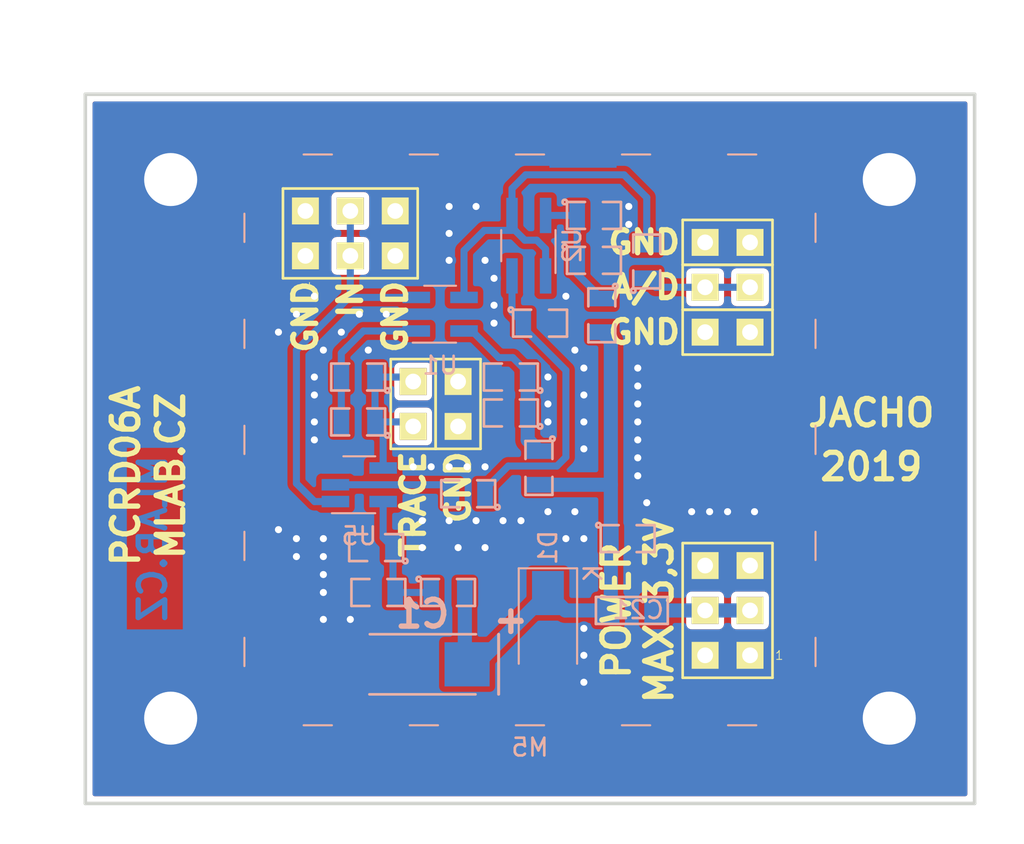
<source format=kicad_pcb>
(kicad_pcb (version 20171130) (host pcbnew "(5.1.0-rc1-3-g6bb8fde48)")

  (general
    (thickness 1.6)
    (drawings 18)
    (tracks 163)
    (zones 0)
    (modules 33)
    (nets 14)
  )

  (page A4)
  (title_block
    (title NAME)
    (date "%d. %m. %Y")
    (rev REV)
    (company "Mlab www.mlab.cz")
    (comment 1 VERSION)
    (comment 2 "Short description\\nTwo lines are maximum")
    (comment 3 "nickname <email@example.com>")
  )

  (layers
    (0 F.Cu signal)
    (31 B.Cu signal)
    (34 B.Paste user)
    (36 B.SilkS user)
    (37 F.SilkS user)
    (38 B.Mask user)
    (39 F.Mask user)
    (44 Edge.Cuts user)
    (48 B.Fab user)
    (49 F.Fab user)
  )

  (setup
    (last_trace_width 0.25)
    (user_trace_width 0.3)
    (user_trace_width 0.4)
    (user_trace_width 0.5)
    (user_trace_width 0.6)
    (user_trace_width 0.7)
    (user_trace_width 0.8)
    (trace_clearance 0.2)
    (zone_clearance 0.308)
    (zone_45_only no)
    (trace_min 0.2)
    (via_size 0.8)
    (via_drill 0.4)
    (via_min_size 0.8)
    (via_min_drill 0.3)
    (uvia_size 0.3)
    (uvia_drill 0.1)
    (uvias_allowed no)
    (uvia_min_size 0.2)
    (uvia_min_drill 0.1)
    (edge_width 0.15)
    (segment_width 0.2)
    (pcb_text_width 0.3)
    (pcb_text_size 1.5 1.5)
    (mod_edge_width 0.15)
    (mod_text_size 1 1)
    (mod_text_width 0.15)
    (pad_size 1.7 1.7)
    (pad_drill 0.889)
    (pad_to_mask_clearance 0.2)
    (aux_axis_origin 0 0)
    (visible_elements 7FFFFF7F)
    (pcbplotparams
      (layerselection 0x010e0_ffffffff)
      (usegerberextensions false)
      (usegerberattributes false)
      (usegerberadvancedattributes false)
      (creategerberjobfile false)
      (excludeedgelayer true)
      (linewidth 0.150000)
      (plotframeref false)
      (viasonmask false)
      (mode 1)
      (useauxorigin false)
      (hpglpennumber 1)
      (hpglpenspeed 20)
      (hpglpendiameter 15.000000)
      (psnegative false)
      (psa4output false)
      (plotreference true)
      (plotvalue true)
      (plotinvisibletext false)
      (padsonsilk false)
      (subtractmaskfromsilk false)
      (outputformat 1)
      (mirror false)
      (drillshape 0)
      (scaleselection 1)
      (outputdirectory "../cam_profi/"))
  )

  (net 0 "")
  (net 1 GND)
  (net 2 VCC)
  (net 3 /VCC2)
  (net 4 /VCC3)
  (net 5 /VCC4)
  (net 6 "Net-(C19-Pad1)")
  (net 7 /#PeakDetect/Trace)
  (net 8 /A/D)
  (net 9 "Net-(R13-Pad2)")
  (net 10 "Net-(C21-Pad3)")
  (net 11 "Net-(R1-Pad2)")
  (net 12 "Net-(C2-Pad2)")
  (net 13 /IN)

  (net_class Default "This is the default net class."
    (clearance 0.2)
    (trace_width 0.25)
    (via_dia 0.8)
    (via_drill 0.4)
    (uvia_dia 0.3)
    (uvia_drill 0.1)
    (add_net /#PeakDetect/Trace)
    (add_net /A/D)
    (add_net /IN)
    (add_net /VCC2)
    (add_net /VCC3)
    (add_net /VCC4)
    (add_net GND)
    (add_net "Net-(C19-Pad1)")
    (add_net "Net-(C2-Pad2)")
    (add_net "Net-(C21-Pad3)")
    (add_net "Net-(R1-Pad2)")
    (add_net "Net-(R13-Pad2)")
    (add_net VCC)
  )

  (net_class MLAB_default ""
    (clearance 0.2)
    (trace_width 0.45)
    (via_dia 0.8)
    (via_drill 0.4)
    (uvia_dia 0.3)
    (uvia_drill 0.1)
  )

  (net_class MLAB_power ""
    (clearance 0.4)
    (trace_width 0.7)
    (via_dia 0.8)
    (via_drill 0.4)
    (uvia_dia 0.3)
    (uvia_drill 0.1)
  )

  (module Mlab_Pin_Headers:Straight_2x01 (layer F.Cu) (tedit 5C6D1993) (tstamp 5D487D57)
    (at 21.336 -22.86 90)
    (descr "pin header straight 2x01")
    (tags "pin header straight 2x01")
    (path /5B3FF89A)
    (fp_text reference J7 (at 0 -2.54 90) (layer F.SilkS) hide
      (effects (font (size 1.5 1.5) (thickness 0.15)))
    )
    (fp_text value HEADER_2x01_PARALLEL (at 0 2.54 90) (layer F.SilkS) hide
      (effects (font (size 1.5 1.5) (thickness 0.15)))
    )
    (fp_line (start -2.54 1.27) (end -2.54 -1.27) (layer F.SilkS) (width 0.15))
    (fp_line (start 2.54 1.27) (end -2.54 1.27) (layer F.SilkS) (width 0.15))
    (fp_line (start 2.54 -1.27) (end 2.54 1.27) (layer F.SilkS) (width 0.15))
    (fp_line (start -2.54 -1.27) (end 2.54 -1.27) (layer F.SilkS) (width 0.15))
    (pad 2 thru_hole rect (at 1.27 0 90) (size 1.524 1.524) (drill 0.889) (layers *.Cu *.Mask F.SilkS)
      (net 1 GND))
    (pad 1 thru_hole rect (at -1.27 0 90) (size 1.524 1.524) (drill 0.889) (layers *.Cu *.Mask F.SilkS)
      (net 1 GND))
    (model ${KISYS3DMOD}/Connector_PinHeader_2.54mm.3dshapes/PinHeader_2x01_P2.54mm_Vertical.wrl
      (offset (xyz -1.27 0 0))
      (scale (xyz 1 1 1))
      (rotate (xyz 0 0 0))
    )
  )

  (module Mlab_Pin_Headers:Straight_2x03 (layer F.Cu) (tedit 5C6D19E5) (tstamp 5D483087)
    (at 15.24 -32.512 90)
    (descr "pin header straight 2x03")
    (tags "pin header straight 2x03")
    (path /5D4C71FF)
    (fp_text reference J8 (at 0 -5.08 90) (layer F.SilkS) hide
      (effects (font (size 1.5 1.5) (thickness 0.15)))
    )
    (fp_text value HEADER_2x03_PARALLEL (at 0 5.08 90) (layer F.SilkS) hide
      (effects (font (size 1.5 1.5) (thickness 0.15)))
    )
    (fp_text user 1 (at -2.921 -2.54 90) (layer F.SilkS)
      (effects (font (size 0.5 0.5) (thickness 0.05)))
    )
    (fp_line (start -2.54 -3.81) (end 2.54 -3.81) (layer F.SilkS) (width 0.15))
    (fp_line (start 2.54 -3.81) (end 2.54 3.81) (layer F.SilkS) (width 0.15))
    (fp_line (start 2.54 3.81) (end -2.54 3.81) (layer F.SilkS) (width 0.15))
    (fp_line (start -2.54 3.81) (end -2.54 -3.81) (layer F.SilkS) (width 0.15))
    (pad 1 thru_hole rect (at -1.27 -2.54 90) (size 1.524 1.524) (drill 0.889) (layers *.Cu *.Mask F.SilkS)
      (net 1 GND))
    (pad 2 thru_hole rect (at 1.27 -2.54 90) (size 1.524 1.524) (drill 0.889) (layers *.Cu *.Mask F.SilkS)
      (net 1 GND))
    (pad 3 thru_hole rect (at -1.27 0 90) (size 1.524 1.524) (drill 0.889) (layers *.Cu *.Mask F.SilkS)
      (net 13 /IN))
    (pad 4 thru_hole rect (at 1.27 0 90) (size 1.524 1.524) (drill 0.889) (layers *.Cu *.Mask F.SilkS)
      (net 13 /IN))
    (pad 5 thru_hole rect (at -1.27 2.54 90) (size 1.524 1.524) (drill 0.889) (layers *.Cu *.Mask F.SilkS)
      (net 1 GND))
    (pad 6 thru_hole rect (at 1.27 2.54 90) (size 1.524 1.524) (drill 0.889) (layers *.Cu *.Mask F.SilkS)
      (net 1 GND))
    (model ${KISYS3DMOD}/Connector_PinHeader_2.54mm.3dshapes/PinHeader_2x03_P2.54mm_Vertical.wrl
      (offset (xyz -1.27 2.54 0))
      (scale (xyz 1 1 1))
      (rotate (xyz 0 0 0))
    )
  )

  (module Mlab_Mechanical:MountingHole_3mm placed (layer F.Cu) (tedit 5A99DD0D) (tstamp 5B5191D3)
    (at 5.08 -35.56)
    (descr "Mounting hole, Befestigungsbohrung, 3mm, No Annular, Kein Restring,")
    (tags "Mounting hole, Befestigungsbohrung, 3mm, No Annular, Kein Restring,")
    (path /549D7549)
    (fp_text reference M1 (at 0 -4.191) (layer F.SilkS) hide
      (effects (font (size 1.524 1.524) (thickness 0.3048)))
    )
    (fp_text value HOLE (at 0 4.191) (layer F.SilkS) hide
      (effects (font (size 1.524 1.524) (thickness 0.3048)))
    )
    (fp_circle (center 0 0) (end 2.99974 0) (layer Cmts.User) (width 0.381))
    (pad 1 thru_hole circle (at 0 0) (size 6 6) (drill 3) (layers *.Cu *.Adhes *.Mask)
      (net 1 GND) (clearance 1) (zone_connect 2))
    (model ${MLAB}/src/3d/mechanical/m3_komplet.step
      (at (xyz 0 0 0))
      (scale (xyz 1 1 1))
      (rotate (xyz 0 0 0))
    )
  )

  (module Mlab_Mechanical:MountingHole_3mm placed (layer F.Cu) (tedit 5A99DD0D) (tstamp 5B5191D9)
    (at 45.72 -5.08)
    (descr "Mounting hole, Befestigungsbohrung, 3mm, No Annular, Kein Restring,")
    (tags "Mounting hole, Befestigungsbohrung, 3mm, No Annular, Kein Restring,")
    (path /549D7628)
    (fp_text reference M2 (at 0 -4.191) (layer F.SilkS) hide
      (effects (font (size 1.524 1.524) (thickness 0.3048)))
    )
    (fp_text value HOLE (at 0 4.191) (layer F.SilkS) hide
      (effects (font (size 1.524 1.524) (thickness 0.3048)))
    )
    (fp_circle (center 0 0) (end 2.99974 0) (layer Cmts.User) (width 0.381))
    (pad 1 thru_hole circle (at 0 0) (size 6 6) (drill 3) (layers *.Cu *.Adhes *.Mask)
      (net 1 GND) (clearance 1) (zone_connect 2))
    (model ${MLAB}/src/3d/mechanical/m3_komplet.step
      (at (xyz 0 0 0))
      (scale (xyz 1 1 1))
      (rotate (xyz 0 0 0))
    )
  )

  (module Mlab_Mechanical:MountingHole_3mm placed (layer F.Cu) (tedit 5A99DD0D) (tstamp 5B5191DF)
    (at 45.72 -35.56)
    (descr "Mounting hole, Befestigungsbohrung, 3mm, No Annular, Kein Restring,")
    (tags "Mounting hole, Befestigungsbohrung, 3mm, No Annular, Kein Restring,")
    (path /5B3D3F17)
    (fp_text reference M3 (at 0 -4.191) (layer F.SilkS) hide
      (effects (font (size 1.524 1.524) (thickness 0.3048)))
    )
    (fp_text value HOLE (at 0 4.191) (layer F.SilkS) hide
      (effects (font (size 1.524 1.524) (thickness 0.3048)))
    )
    (fp_circle (center 0 0) (end 2.99974 0) (layer Cmts.User) (width 0.381))
    (pad 1 thru_hole circle (at 0 0) (size 6 6) (drill 3) (layers *.Cu *.Adhes *.Mask)
      (net 1 GND) (clearance 1) (zone_connect 2))
    (model ${MLAB}/src/3d/mechanical/m3_komplet.step
      (at (xyz 0 0 0))
      (scale (xyz 1 1 1))
      (rotate (xyz 0 0 0))
    )
  )

  (module Mlab_Mechanical:MountingHole_3mm placed (layer F.Cu) (tedit 5A99DD0D) (tstamp 5B5191E5)
    (at 5.08 -5.08)
    (descr "Mounting hole, Befestigungsbohrung, 3mm, No Annular, Kein Restring,")
    (tags "Mounting hole, Befestigungsbohrung, 3mm, No Annular, Kein Restring,")
    (path /5B3D3F18)
    (fp_text reference M4 (at 0 -4.191) (layer F.SilkS) hide
      (effects (font (size 1.524 1.524) (thickness 0.3048)))
    )
    (fp_text value HOLE (at 0 4.191) (layer F.SilkS) hide
      (effects (font (size 1.524 1.524) (thickness 0.3048)))
    )
    (fp_circle (center 0 0) (end 2.99974 0) (layer Cmts.User) (width 0.381))
    (pad 1 thru_hole circle (at 0 0) (size 6 6) (drill 3) (layers *.Cu *.Adhes *.Mask)
      (net 1 GND) (clearance 1) (zone_connect 2))
    (model ${MLAB}/src/3d/mechanical/m3_komplet.step
      (at (xyz 0 0 0))
      (scale (xyz 1 1 1))
      (rotate (xyz 0 0 0))
    )
  )

  (module Mlab_R:SMD-0805 (layer B.Cu) (tedit 5C6D150A) (tstamp 5D483078)
    (at 15.6845 -21.844 180)
    (path /5D4D6C65)
    (attr smd)
    (fp_text reference C2 (at 0 0.3175 180) (layer B.Fab)
      (effects (font (size 0.50038 0.50038) (thickness 0.10922)) (justify mirror))
    )
    (fp_text value 220pF (at 0.127 -0.381 180) (layer B.Fab)
      (effects (font (size 0.50038 0.50038) (thickness 0.10922)) (justify mirror))
    )
    (fp_line (start 1.524 -0.762) (end 0.508 -0.762) (layer B.Fab) (width 0.15))
    (fp_line (start 1.524 0.762) (end 1.524 -0.762) (layer B.Fab) (width 0.15))
    (fp_line (start 0.508 0.762) (end 1.524 0.762) (layer B.Fab) (width 0.15))
    (fp_line (start -1.524 0.762) (end -0.508 0.762) (layer B.SilkS) (width 0.15))
    (fp_line (start -1.524 -0.762) (end -1.524 0.762) (layer B.SilkS) (width 0.15))
    (fp_line (start -0.508 -0.762) (end -1.524 -0.762) (layer B.Fab) (width 0.15))
    (fp_circle (center -1.651 -0.762) (end -1.651 -0.635) (layer B.SilkS) (width 0.15))
    (fp_line (start -1.524 0.762) (end -0.508 0.762) (layer B.Fab) (width 0.15))
    (fp_line (start -1.524 -0.762) (end -1.524 0.762) (layer B.Fab) (width 0.15))
    (fp_line (start -0.508 -0.762) (end -1.524 -0.762) (layer B.SilkS) (width 0.15))
    (fp_line (start 0.508 0.762) (end 1.524 0.762) (layer B.SilkS) (width 0.15))
    (fp_line (start 1.524 0.762) (end 1.524 -0.762) (layer B.SilkS) (width 0.15))
    (fp_line (start 1.524 -0.762) (end 0.508 -0.762) (layer B.SilkS) (width 0.15))
    (pad 2 smd rect (at 0.9525 0 180) (size 0.889 1.397) (layers B.Cu B.Paste B.Mask)
      (net 12 "Net-(C2-Pad2)"))
    (pad 1 smd rect (at -0.9525 0 180) (size 0.889 1.397) (layers B.Cu B.Paste B.Mask)
      (net 7 /#PeakDetect/Trace))
    (model ${KISYS3DMOD}/Resistor_SMD.3dshapes/R_0805_2012Metric.wrl
      (at (xyz 0 0 0))
      (scale (xyz 1 1 1))
      (rotate (xyz 0 0 0))
    )
  )

  (module Package_TO_SOT_SMD:SOT-23-5_HandSoldering (layer B.Cu) (tedit 5A0AB76C) (tstamp 5D490DB1)
    (at 20.32 -27.94)
    (descr "5-pin SOT23 package")
    (tags "SOT-23-5 hand-soldering")
    (path /5D4AFFF4)
    (attr smd)
    (fp_text reference U1 (at 0 2.9) (layer B.SilkS)
      (effects (font (size 1 1) (thickness 0.15)) (justify mirror))
    )
    (fp_text value TS3021ILT (at 0 -2.9) (layer B.Fab) hide
      (effects (font (size 1 1) (thickness 0.15)) (justify mirror))
    )
    (fp_text user %R (at 0 0 -90) (layer B.Fab)
      (effects (font (size 0.5 0.5) (thickness 0.075)) (justify mirror))
    )
    (fp_line (start -0.9 -1.61) (end 0.9 -1.61) (layer B.SilkS) (width 0.12))
    (fp_line (start 0.9 1.61) (end -1.55 1.61) (layer B.SilkS) (width 0.12))
    (fp_line (start -0.9 0.9) (end -0.25 1.55) (layer B.Fab) (width 0.1))
    (fp_line (start 0.9 1.55) (end -0.25 1.55) (layer B.Fab) (width 0.1))
    (fp_line (start -0.9 0.9) (end -0.9 -1.55) (layer B.Fab) (width 0.1))
    (fp_line (start 0.9 -1.55) (end -0.9 -1.55) (layer B.Fab) (width 0.1))
    (fp_line (start 0.9 1.55) (end 0.9 -1.55) (layer B.Fab) (width 0.1))
    (fp_line (start -2.38 1.8) (end 2.38 1.8) (layer B.CrtYd) (width 0.05))
    (fp_line (start -2.38 1.8) (end -2.38 -1.8) (layer B.CrtYd) (width 0.05))
    (fp_line (start 2.38 -1.8) (end 2.38 1.8) (layer B.CrtYd) (width 0.05))
    (fp_line (start 2.38 -1.8) (end -2.38 -1.8) (layer B.CrtYd) (width 0.05))
    (pad 1 smd rect (at -1.35 0.95) (size 1.56 0.65) (layers B.Cu B.Paste B.Mask)
      (net 12 "Net-(C2-Pad2)"))
    (pad 2 smd rect (at -1.35 0) (size 1.56 0.65) (layers B.Cu B.Paste B.Mask)
      (net 1 GND))
    (pad 3 smd rect (at -1.35 -0.95) (size 1.56 0.65) (layers B.Cu B.Paste B.Mask)
      (net 13 /IN))
    (pad 4 smd rect (at 1.35 -0.95) (size 1.56 0.65) (layers B.Cu B.Paste B.Mask)
      (net 11 "Net-(R1-Pad2)"))
    (pad 5 smd rect (at 1.35 0.95) (size 1.56 0.65) (layers B.Cu B.Paste B.Mask)
      (net 4 /VCC3))
    (model ${KISYS3DMOD}/Package_TO_SOT_SMD.3dshapes/SOT-23-5.wrl
      (at (xyz 0 0 0))
      (scale (xyz 1 1 1))
      (rotate (xyz 0 0 0))
    )
  )

  (module Package_TO_SOT_SMD:TSOT-23-5_HandSoldering (layer B.Cu) (tedit 5A02FF57) (tstamp 5D4830B1)
    (at 25.334 -31.818 90)
    (descr "5-pin TSOT23 package, http://cds.linear.com/docs/en/packaging/SOT_5_05-08-1635.pdf")
    (tags "TSOT-23-5 Hand-soldering")
    (path /5D49D95B)
    (attr smd)
    (fp_text reference U2 (at 0 2.45 90) (layer B.SilkS)
      (effects (font (size 1 1) (thickness 0.15)) (justify mirror))
    )
    (fp_text value AD8691 (at 0 -2.5 90) (layer B.Fab) hide
      (effects (font (size 1 1) (thickness 0.15)) (justify mirror))
    )
    (fp_text user %R (at 0 0) (layer B.Fab)
      (effects (font (size 0.5 0.5) (thickness 0.075)) (justify mirror))
    )
    (fp_line (start -0.88 -1.56) (end 0.88 -1.56) (layer B.SilkS) (width 0.12))
    (fp_line (start 0.88 1.51) (end -1.55 1.51) (layer B.SilkS) (width 0.12))
    (fp_line (start -0.88 1) (end -0.43 1.45) (layer B.Fab) (width 0.1))
    (fp_line (start 0.88 1.45) (end -0.43 1.45) (layer B.Fab) (width 0.1))
    (fp_line (start -0.88 1) (end -0.88 -1.45) (layer B.Fab) (width 0.1))
    (fp_line (start 0.88 -1.45) (end -0.88 -1.45) (layer B.Fab) (width 0.1))
    (fp_line (start 0.88 1.45) (end 0.88 -1.45) (layer B.Fab) (width 0.1))
    (fp_line (start -2.96 1.7) (end 2.96 1.7) (layer B.CrtYd) (width 0.05))
    (fp_line (start -2.96 1.7) (end -2.96 -1.7) (layer B.CrtYd) (width 0.05))
    (fp_line (start 2.96 -1.7) (end 2.96 1.7) (layer B.CrtYd) (width 0.05))
    (fp_line (start 2.96 -1.7) (end -2.96 -1.7) (layer B.CrtYd) (width 0.05))
    (pad 1 smd rect (at -1.71 0.95 90) (size 2 0.65) (layers B.Cu B.Paste B.Mask)
      (net 11 "Net-(R1-Pad2)"))
    (pad 2 smd rect (at -1.71 0 90) (size 2 0.65) (layers B.Cu B.Paste B.Mask)
      (net 1 GND))
    (pad 3 smd rect (at -1.71 -0.95 90) (size 2 0.65) (layers B.Cu B.Paste B.Mask)
      (net 6 "Net-(C19-Pad1)"))
    (pad 4 smd rect (at 1.71 -0.95 90) (size 2 0.65) (layers B.Cu B.Paste B.Mask)
      (net 11 "Net-(R1-Pad2)"))
    (pad 5 smd rect (at 1.71 0.95 90) (size 2 0.65) (layers B.Cu B.Paste B.Mask)
      (net 3 /VCC2))
    (model ${KISYS3DMOD}/Package_TO_SOT_SMD.3dshapes/TSOT-23-5.wrl
      (at (xyz 0 0 0))
      (scale (xyz 1 1 1))
      (rotate (xyz 0 0 0))
    )
  )

  (module Mlab_C:TantalC_SizeC_Reflow (layer B.Cu) (tedit 5C6D17E8) (tstamp 5D487C5B)
    (at 19.31924 -8.128 180)
    (descr "Tantal Cap. , Size C, EIA-6032, Reflow,")
    (tags "Tantal Cap. , Size C, EIA-6032, Reflow,")
    (path /5B46AE4B)
    (attr smd)
    (fp_text reference C1 (at 0 2.85 180) (layer B.SilkS)
      (effects (font (size 1.524 1.524) (thickness 0.3048)) (justify mirror))
    )
    (fp_text value 47uF (at 0 -3 180) (layer B.SilkS) hide
      (effects (font (size 1.524 1.524) (thickness 0.3048)) (justify mirror))
    )
    (fp_line (start -4.30022 1.69926) (end -4.30022 -1.69926) (layer B.SilkS) (width 0.15))
    (fp_line (start 2.99974 -1.69926) (end -2.99974 -1.69926) (layer B.SilkS) (width 0.15))
    (fp_line (start 2.99974 1.69926) (end -2.99974 1.69926) (layer B.Fab) (width 0.15))
    (fp_text user + (at -4.99872 2.55016 180) (layer B.SilkS)
      (effects (font (size 1.524 1.524) (thickness 0.3048)) (justify mirror))
    )
    (fp_line (start -5.00126 3.05308) (end -5.00126 1.95326) (layer B.SilkS) (width 0.15))
    (fp_line (start -5.6007 2.5527) (end -4.40182 2.5527) (layer B.SilkS) (width 0.15))
    (fp_line (start 2.97688 1.7018) (end -3.0226 1.7018) (layer B.SilkS) (width 0.15))
    (fp_line (start -4.318 1.7018) (end -4.318 -1.69672) (layer B.SilkS) (width 0.15))
    (fp_line (start 2.97688 -1.69926) (end -3.0226 -1.69926) (layer B.Fab) (width 0.15))
    (fp_text user + (at -5.0038 2.54 180) (layer B.Fab)
      (effects (font (size 1.5 1.5) (thickness 0.15)) (justify mirror))
    )
    (fp_text user %R (at 0.1016 0 180) (layer B.Fab)
      (effects (font (size 1.524 1.524) (thickness 0.3)) (justify mirror))
    )
    (pad 2 smd rect (at 2.52476 0 180) (size 2.55016 2.49936) (layers B.Cu B.Paste B.Mask)
      (net 1 GND))
    (pad 1 smd rect (at -2.52476 0 180) (size 2.55016 2.49936) (layers B.Cu B.Paste B.Mask)
      (net 2 VCC))
    (model ${KISYS3DMOD}/Capacitor_Tantalum_SMD.3dshapes/CP_EIA-6032-28_Kemet-C.wrl
      (at (xyz 0 0 0))
      (scale (xyz 1 1 1))
      (rotate (xyz 0 0 0))
    )
  )

  (module Mlab_R:SMD-0805 (layer B.Cu) (tedit 5C6D150A) (tstamp 5D487C6E)
    (at 30.9245 -15.24)
    (path /5B46AED9)
    (attr smd)
    (fp_text reference C4 (at 0 0.3175) (layer B.Fab)
      (effects (font (size 0.50038 0.50038) (thickness 0.10922)) (justify mirror))
    )
    (fp_text value 10uF (at 0.127 -0.381) (layer B.Fab)
      (effects (font (size 0.50038 0.50038) (thickness 0.10922)) (justify mirror))
    )
    (fp_line (start 1.524 -0.762) (end 0.508 -0.762) (layer B.Fab) (width 0.15))
    (fp_line (start 1.524 0.762) (end 1.524 -0.762) (layer B.Fab) (width 0.15))
    (fp_line (start 0.508 0.762) (end 1.524 0.762) (layer B.Fab) (width 0.15))
    (fp_line (start -1.524 0.762) (end -0.508 0.762) (layer B.SilkS) (width 0.15))
    (fp_line (start -1.524 -0.762) (end -1.524 0.762) (layer B.SilkS) (width 0.15))
    (fp_line (start -0.508 -0.762) (end -1.524 -0.762) (layer B.Fab) (width 0.15))
    (fp_circle (center -1.651 -0.762) (end -1.651 -0.635) (layer B.SilkS) (width 0.15))
    (fp_line (start -1.524 0.762) (end -0.508 0.762) (layer B.Fab) (width 0.15))
    (fp_line (start -1.524 -0.762) (end -1.524 0.762) (layer B.Fab) (width 0.15))
    (fp_line (start -0.508 -0.762) (end -1.524 -0.762) (layer B.SilkS) (width 0.15))
    (fp_line (start 0.508 0.762) (end 1.524 0.762) (layer B.SilkS) (width 0.15))
    (fp_line (start 1.524 0.762) (end 1.524 -0.762) (layer B.SilkS) (width 0.15))
    (fp_line (start 1.524 -0.762) (end 0.508 -0.762) (layer B.SilkS) (width 0.15))
    (pad 2 smd rect (at 0.9525 0) (size 0.889 1.397) (layers B.Cu B.Paste B.Mask)
      (net 1 GND))
    (pad 1 smd rect (at -0.9525 0) (size 0.889 1.397) (layers B.Cu B.Paste B.Mask)
      (net 2 VCC))
    (model ${KISYS3DMOD}/Resistor_SMD.3dshapes/R_0805_2012Metric.wrl
      (at (xyz 0 0 0))
      (scale (xyz 1 1 1))
      (rotate (xyz 0 0 0))
    )
  )

  (module Mlab_R:SMD-0805 (layer B.Cu) (tedit 5C6D150A) (tstamp 5D487C81)
    (at 29.0195 -30.988)
    (path /5B4BB914)
    (attr smd)
    (fp_text reference C7 (at 0 0.3175) (layer B.Fab)
      (effects (font (size 0.50038 0.50038) (thickness 0.10922)) (justify mirror))
    )
    (fp_text value 10uF (at 0.127 -0.381) (layer B.Fab)
      (effects (font (size 0.50038 0.50038) (thickness 0.10922)) (justify mirror))
    )
    (fp_line (start 1.524 -0.762) (end 0.508 -0.762) (layer B.Fab) (width 0.15))
    (fp_line (start 1.524 0.762) (end 1.524 -0.762) (layer B.Fab) (width 0.15))
    (fp_line (start 0.508 0.762) (end 1.524 0.762) (layer B.Fab) (width 0.15))
    (fp_line (start -1.524 0.762) (end -0.508 0.762) (layer B.SilkS) (width 0.15))
    (fp_line (start -1.524 -0.762) (end -1.524 0.762) (layer B.SilkS) (width 0.15))
    (fp_line (start -0.508 -0.762) (end -1.524 -0.762) (layer B.Fab) (width 0.15))
    (fp_circle (center -1.651 -0.762) (end -1.651 -0.635) (layer B.SilkS) (width 0.15))
    (fp_line (start -1.524 0.762) (end -0.508 0.762) (layer B.Fab) (width 0.15))
    (fp_line (start -1.524 -0.762) (end -1.524 0.762) (layer B.Fab) (width 0.15))
    (fp_line (start -0.508 -0.762) (end -1.524 -0.762) (layer B.SilkS) (width 0.15))
    (fp_line (start 0.508 0.762) (end 1.524 0.762) (layer B.SilkS) (width 0.15))
    (fp_line (start 1.524 0.762) (end 1.524 -0.762) (layer B.SilkS) (width 0.15))
    (fp_line (start 1.524 -0.762) (end 0.508 -0.762) (layer B.SilkS) (width 0.15))
    (pad 2 smd rect (at 0.9525 0) (size 0.889 1.397) (layers B.Cu B.Paste B.Mask)
      (net 1 GND))
    (pad 1 smd rect (at -0.9525 0) (size 0.889 1.397) (layers B.Cu B.Paste B.Mask)
      (net 3 /VCC2))
    (model ${KISYS3DMOD}/Resistor_SMD.3dshapes/R_0805_2012Metric.wrl
      (at (xyz 0 0 0))
      (scale (xyz 1 1 1))
      (rotate (xyz 0 0 0))
    )
  )

  (module Mlab_R:SMD-0805 (layer B.Cu) (tedit 5C6D150A) (tstamp 5D487C94)
    (at 24.3205 -22.352 180)
    (path /5B4C840F)
    (attr smd)
    (fp_text reference C8 (at 0 0.3175 180) (layer B.Fab)
      (effects (font (size 0.50038 0.50038) (thickness 0.10922)) (justify mirror))
    )
    (fp_text value 10uF (at 0.127 -0.381 180) (layer B.Fab)
      (effects (font (size 0.50038 0.50038) (thickness 0.10922)) (justify mirror))
    )
    (fp_line (start 1.524 -0.762) (end 0.508 -0.762) (layer B.SilkS) (width 0.15))
    (fp_line (start 1.524 0.762) (end 1.524 -0.762) (layer B.SilkS) (width 0.15))
    (fp_line (start 0.508 0.762) (end 1.524 0.762) (layer B.SilkS) (width 0.15))
    (fp_line (start -0.508 -0.762) (end -1.524 -0.762) (layer B.SilkS) (width 0.15))
    (fp_line (start -1.524 -0.762) (end -1.524 0.762) (layer B.Fab) (width 0.15))
    (fp_line (start -1.524 0.762) (end -0.508 0.762) (layer B.Fab) (width 0.15))
    (fp_circle (center -1.651 -0.762) (end -1.651 -0.635) (layer B.SilkS) (width 0.15))
    (fp_line (start -0.508 -0.762) (end -1.524 -0.762) (layer B.Fab) (width 0.15))
    (fp_line (start -1.524 -0.762) (end -1.524 0.762) (layer B.SilkS) (width 0.15))
    (fp_line (start -1.524 0.762) (end -0.508 0.762) (layer B.SilkS) (width 0.15))
    (fp_line (start 0.508 0.762) (end 1.524 0.762) (layer B.Fab) (width 0.15))
    (fp_line (start 1.524 0.762) (end 1.524 -0.762) (layer B.Fab) (width 0.15))
    (fp_line (start 1.524 -0.762) (end 0.508 -0.762) (layer B.Fab) (width 0.15))
    (pad 1 smd rect (at -0.9525 0 180) (size 0.889 1.397) (layers B.Cu B.Paste B.Mask)
      (net 4 /VCC3))
    (pad 2 smd rect (at 0.9525 0 180) (size 0.889 1.397) (layers B.Cu B.Paste B.Mask)
      (net 1 GND))
    (model ${KISYS3DMOD}/Resistor_SMD.3dshapes/R_0805_2012Metric.wrl
      (at (xyz 0 0 0))
      (scale (xyz 1 1 1))
      (rotate (xyz 0 0 0))
    )
  )

  (module Mlab_R:SMD-0805 (layer B.Cu) (tedit 5C6D150A) (tstamp 5D487CA7)
    (at 16.8275 -12.192 180)
    (path /5B4C8438)
    (attr smd)
    (fp_text reference C9 (at 0 0.3175 180) (layer B.Fab)
      (effects (font (size 0.50038 0.50038) (thickness 0.10922)) (justify mirror))
    )
    (fp_text value 10uF (at 0.127 -0.381 180) (layer B.Fab)
      (effects (font (size 0.50038 0.50038) (thickness 0.10922)) (justify mirror))
    )
    (fp_line (start 1.524 -0.762) (end 0.508 -0.762) (layer B.Fab) (width 0.15))
    (fp_line (start 1.524 0.762) (end 1.524 -0.762) (layer B.Fab) (width 0.15))
    (fp_line (start 0.508 0.762) (end 1.524 0.762) (layer B.Fab) (width 0.15))
    (fp_line (start -1.524 0.762) (end -0.508 0.762) (layer B.SilkS) (width 0.15))
    (fp_line (start -1.524 -0.762) (end -1.524 0.762) (layer B.SilkS) (width 0.15))
    (fp_line (start -0.508 -0.762) (end -1.524 -0.762) (layer B.Fab) (width 0.15))
    (fp_circle (center -1.651 -0.762) (end -1.651 -0.635) (layer B.SilkS) (width 0.15))
    (fp_line (start -1.524 0.762) (end -0.508 0.762) (layer B.Fab) (width 0.15))
    (fp_line (start -1.524 -0.762) (end -1.524 0.762) (layer B.Fab) (width 0.15))
    (fp_line (start -0.508 -0.762) (end -1.524 -0.762) (layer B.SilkS) (width 0.15))
    (fp_line (start 0.508 0.762) (end 1.524 0.762) (layer B.SilkS) (width 0.15))
    (fp_line (start 1.524 0.762) (end 1.524 -0.762) (layer B.SilkS) (width 0.15))
    (fp_line (start 1.524 -0.762) (end 0.508 -0.762) (layer B.SilkS) (width 0.15))
    (pad 2 smd rect (at 0.9525 0 180) (size 0.889 1.397) (layers B.Cu B.Paste B.Mask)
      (net 1 GND))
    (pad 1 smd rect (at -0.9525 0 180) (size 0.889 1.397) (layers B.Cu B.Paste B.Mask)
      (net 5 /VCC4))
    (model ${KISYS3DMOD}/Resistor_SMD.3dshapes/R_0805_2012Metric.wrl
      (at (xyz 0 0 0))
      (scale (xyz 1 1 1))
      (rotate (xyz 0 0 0))
    )
  )

  (module Mlab_R:SMD-0805 (layer B.Cu) (tedit 5C6D150A) (tstamp 5D487CBA)
    (at 29.0195 -33.528)
    (path /5B4BB91A)
    (attr smd)
    (fp_text reference C12 (at 0 0.3175) (layer B.Fab)
      (effects (font (size 0.50038 0.50038) (thickness 0.10922)) (justify mirror))
    )
    (fp_text value 100nF (at 0.127 -0.381) (layer B.Fab)
      (effects (font (size 0.50038 0.50038) (thickness 0.10922)) (justify mirror))
    )
    (fp_line (start 1.524 -0.762) (end 0.508 -0.762) (layer B.SilkS) (width 0.15))
    (fp_line (start 1.524 0.762) (end 1.524 -0.762) (layer B.SilkS) (width 0.15))
    (fp_line (start 0.508 0.762) (end 1.524 0.762) (layer B.SilkS) (width 0.15))
    (fp_line (start -0.508 -0.762) (end -1.524 -0.762) (layer B.SilkS) (width 0.15))
    (fp_line (start -1.524 -0.762) (end -1.524 0.762) (layer B.Fab) (width 0.15))
    (fp_line (start -1.524 0.762) (end -0.508 0.762) (layer B.Fab) (width 0.15))
    (fp_circle (center -1.651 -0.762) (end -1.651 -0.635) (layer B.SilkS) (width 0.15))
    (fp_line (start -0.508 -0.762) (end -1.524 -0.762) (layer B.Fab) (width 0.15))
    (fp_line (start -1.524 -0.762) (end -1.524 0.762) (layer B.SilkS) (width 0.15))
    (fp_line (start -1.524 0.762) (end -0.508 0.762) (layer B.SilkS) (width 0.15))
    (fp_line (start 0.508 0.762) (end 1.524 0.762) (layer B.Fab) (width 0.15))
    (fp_line (start 1.524 0.762) (end 1.524 -0.762) (layer B.Fab) (width 0.15))
    (fp_line (start 1.524 -0.762) (end 0.508 -0.762) (layer B.Fab) (width 0.15))
    (pad 1 smd rect (at -0.9525 0) (size 0.889 1.397) (layers B.Cu B.Paste B.Mask)
      (net 3 /VCC2))
    (pad 2 smd rect (at 0.9525 0) (size 0.889 1.397) (layers B.Cu B.Paste B.Mask)
      (net 1 GND))
    (model ${KISYS3DMOD}/Resistor_SMD.3dshapes/R_0805_2012Metric.wrl
      (at (xyz 0 0 0))
      (scale (xyz 1 1 1))
      (rotate (xyz 0 0 0))
    )
  )

  (module Mlab_R:SMD-0805 (layer B.Cu) (tedit 5C6D150A) (tstamp 5D487CCD)
    (at 24.3205 -24.384 180)
    (path /5B4C8415)
    (attr smd)
    (fp_text reference C13 (at 0 0.3175 180) (layer B.Fab)
      (effects (font (size 0.50038 0.50038) (thickness 0.10922)) (justify mirror))
    )
    (fp_text value 100nF (at 0.127 -0.381 180) (layer B.Fab)
      (effects (font (size 0.50038 0.50038) (thickness 0.10922)) (justify mirror))
    )
    (fp_line (start 1.524 -0.762) (end 0.508 -0.762) (layer B.Fab) (width 0.15))
    (fp_line (start 1.524 0.762) (end 1.524 -0.762) (layer B.Fab) (width 0.15))
    (fp_line (start 0.508 0.762) (end 1.524 0.762) (layer B.Fab) (width 0.15))
    (fp_line (start -1.524 0.762) (end -0.508 0.762) (layer B.SilkS) (width 0.15))
    (fp_line (start -1.524 -0.762) (end -1.524 0.762) (layer B.SilkS) (width 0.15))
    (fp_line (start -0.508 -0.762) (end -1.524 -0.762) (layer B.Fab) (width 0.15))
    (fp_circle (center -1.651 -0.762) (end -1.651 -0.635) (layer B.SilkS) (width 0.15))
    (fp_line (start -1.524 0.762) (end -0.508 0.762) (layer B.Fab) (width 0.15))
    (fp_line (start -1.524 -0.762) (end -1.524 0.762) (layer B.Fab) (width 0.15))
    (fp_line (start -0.508 -0.762) (end -1.524 -0.762) (layer B.SilkS) (width 0.15))
    (fp_line (start 0.508 0.762) (end 1.524 0.762) (layer B.SilkS) (width 0.15))
    (fp_line (start 1.524 0.762) (end 1.524 -0.762) (layer B.SilkS) (width 0.15))
    (fp_line (start 1.524 -0.762) (end 0.508 -0.762) (layer B.SilkS) (width 0.15))
    (pad 2 smd rect (at 0.9525 0 180) (size 0.889 1.397) (layers B.Cu B.Paste B.Mask)
      (net 1 GND))
    (pad 1 smd rect (at -0.9525 0 180) (size 0.889 1.397) (layers B.Cu B.Paste B.Mask)
      (net 4 /VCC3))
    (model ${KISYS3DMOD}/Resistor_SMD.3dshapes/R_0805_2012Metric.wrl
      (at (xyz 0 0 0))
      (scale (xyz 1 1 1))
      (rotate (xyz 0 0 0))
    )
  )

  (module Mlab_R:SMD-0805 (layer B.Cu) (tedit 5C6D150A) (tstamp 5D487CE0)
    (at 16.7005 -14.732 180)
    (path /5B4C843E)
    (attr smd)
    (fp_text reference C14 (at 0 0.3175 180) (layer B.Fab)
      (effects (font (size 0.50038 0.50038) (thickness 0.10922)) (justify mirror))
    )
    (fp_text value 100nF (at 0.127 -0.381 180) (layer B.Fab)
      (effects (font (size 0.50038 0.50038) (thickness 0.10922)) (justify mirror))
    )
    (fp_line (start 1.524 -0.762) (end 0.508 -0.762) (layer B.SilkS) (width 0.15))
    (fp_line (start 1.524 0.762) (end 1.524 -0.762) (layer B.SilkS) (width 0.15))
    (fp_line (start 0.508 0.762) (end 1.524 0.762) (layer B.SilkS) (width 0.15))
    (fp_line (start -0.508 -0.762) (end -1.524 -0.762) (layer B.SilkS) (width 0.15))
    (fp_line (start -1.524 -0.762) (end -1.524 0.762) (layer B.Fab) (width 0.15))
    (fp_line (start -1.524 0.762) (end -0.508 0.762) (layer B.Fab) (width 0.15))
    (fp_circle (center -1.651 -0.762) (end -1.651 -0.635) (layer B.SilkS) (width 0.15))
    (fp_line (start -0.508 -0.762) (end -1.524 -0.762) (layer B.Fab) (width 0.15))
    (fp_line (start -1.524 -0.762) (end -1.524 0.762) (layer B.SilkS) (width 0.15))
    (fp_line (start -1.524 0.762) (end -0.508 0.762) (layer B.SilkS) (width 0.15))
    (fp_line (start 0.508 0.762) (end 1.524 0.762) (layer B.Fab) (width 0.15))
    (fp_line (start 1.524 0.762) (end 1.524 -0.762) (layer B.Fab) (width 0.15))
    (fp_line (start 1.524 -0.762) (end 0.508 -0.762) (layer B.Fab) (width 0.15))
    (pad 1 smd rect (at -0.9525 0 180) (size 0.889 1.397) (layers B.Cu B.Paste B.Mask)
      (net 5 /VCC4))
    (pad 2 smd rect (at 0.9525 0 180) (size 0.889 1.397) (layers B.Cu B.Paste B.Mask)
      (net 1 GND))
    (model ${KISYS3DMOD}/Resistor_SMD.3dshapes/R_0805_2012Metric.wrl
      (at (xyz 0 0 0))
      (scale (xyz 1 1 1))
      (rotate (xyz 0 0 0))
    )
  )

  (module Mlab_R:SMD-0805 (layer B.Cu) (tedit 5C6D150A) (tstamp 5D487CF3)
    (at 25.9715 -27.432)
    (path /5B3BD161)
    (attr smd)
    (fp_text reference C19 (at 0 0.3175) (layer B.Fab)
      (effects (font (size 0.50038 0.50038) (thickness 0.10922)) (justify mirror))
    )
    (fp_text value "100pF FILM,PPS" (at 0.127 -0.381) (layer B.Fab) hide
      (effects (font (size 0.50038 0.50038) (thickness 0.10922)) (justify mirror))
    )
    (fp_line (start 1.524 -0.762) (end 0.508 -0.762) (layer B.Fab) (width 0.15))
    (fp_line (start 1.524 0.762) (end 1.524 -0.762) (layer B.Fab) (width 0.15))
    (fp_line (start 0.508 0.762) (end 1.524 0.762) (layer B.Fab) (width 0.15))
    (fp_line (start -1.524 0.762) (end -0.508 0.762) (layer B.SilkS) (width 0.15))
    (fp_line (start -1.524 -0.762) (end -1.524 0.762) (layer B.SilkS) (width 0.15))
    (fp_line (start -0.508 -0.762) (end -1.524 -0.762) (layer B.Fab) (width 0.15))
    (fp_circle (center -1.651 -0.762) (end -1.651 -0.635) (layer B.SilkS) (width 0.15))
    (fp_line (start -1.524 0.762) (end -0.508 0.762) (layer B.Fab) (width 0.15))
    (fp_line (start -1.524 -0.762) (end -1.524 0.762) (layer B.Fab) (width 0.15))
    (fp_line (start -0.508 -0.762) (end -1.524 -0.762) (layer B.SilkS) (width 0.15))
    (fp_line (start 0.508 0.762) (end 1.524 0.762) (layer B.SilkS) (width 0.15))
    (fp_line (start 1.524 0.762) (end 1.524 -0.762) (layer B.SilkS) (width 0.15))
    (fp_line (start 1.524 -0.762) (end 0.508 -0.762) (layer B.SilkS) (width 0.15))
    (pad 2 smd rect (at 0.9525 0) (size 0.889 1.397) (layers B.Cu B.Paste B.Mask)
      (net 1 GND))
    (pad 1 smd rect (at -0.9525 0) (size 0.889 1.397) (layers B.Cu B.Paste B.Mask)
      (net 6 "Net-(C19-Pad1)"))
    (model ${KISYS3DMOD}/Resistor_SMD.3dshapes/R_0805_2012Metric.wrl
      (at (xyz 0 0 0))
      (scale (xyz 1 1 1))
      (rotate (xyz 0 0 0))
    )
  )

  (module Mlab_D:Diode-SMA_Standard (layer B.Cu) (tedit 5B41EAA8) (tstamp 5D487D0C)
    (at 26.416 -10.16 270)
    (descr "Diode SMA (DO-214AC)")
    (tags "Diode SMA (DO-214AC)")
    (path /55622FB7)
    (attr smd)
    (fp_text reference D1 (at -4.572 0 270) (layer B.SilkS)
      (effects (font (size 1 1) (thickness 0.15)) (justify mirror))
    )
    (fp_text value M4 (at 0 -2.6 270) (layer B.Fab) hide
      (effects (font (size 1 1) (thickness 0.15)) (justify mirror))
    )
    (fp_text user %R (at -3.556 0 270) (layer B.Fab)
      (effects (font (size 1 1) (thickness 0.15)) (justify mirror))
    )
    (fp_line (start -3.4 1.65) (end -3.4 -1.65) (layer B.SilkS) (width 0.12))
    (fp_line (start 2.3 -1.5) (end -2.3 -1.5) (layer B.Fab) (width 0.1))
    (fp_line (start -2.3 -1.5) (end -2.3 1.5) (layer B.Fab) (width 0.1))
    (fp_line (start 2.3 1.5) (end 2.3 -1.5) (layer B.Fab) (width 0.1))
    (fp_line (start 2.3 1.5) (end -2.3 1.5) (layer B.Fab) (width 0.1))
    (fp_line (start -3.5 1.75) (end 3.5 1.75) (layer B.CrtYd) (width 0.05))
    (fp_line (start 3.5 1.75) (end 3.5 -1.75) (layer B.CrtYd) (width 0.05))
    (fp_line (start 3.5 -1.75) (end -3.5 -1.75) (layer B.CrtYd) (width 0.05))
    (fp_line (start -3.5 -1.75) (end -3.5 1.75) (layer B.CrtYd) (width 0.05))
    (fp_line (start -0.64944 -0.00102) (end -1.55114 -0.00102) (layer B.Fab) (width 0.1))
    (fp_line (start 0.50118 -0.00102) (end 1.4994 -0.00102) (layer B.Fab) (width 0.1))
    (fp_line (start -0.64944 0.79908) (end -0.64944 -0.80112) (layer B.Fab) (width 0.1))
    (fp_line (start 0.50118 -0.75032) (end 0.50118 0.79908) (layer B.Fab) (width 0.1))
    (fp_line (start -0.64944 -0.00102) (end 0.50118 -0.75032) (layer B.Fab) (width 0.1))
    (fp_line (start -0.64944 -0.00102) (end 0.50118 0.79908) (layer B.Fab) (width 0.1))
    (fp_line (start -3.4 -1.65) (end 2 -1.65) (layer B.SilkS) (width 0.12))
    (fp_line (start -3.4 1.65) (end 2 1.65) (layer B.SilkS) (width 0.12))
    (fp_text user K (at -3.1242 -2.5654 270) (layer B.SilkS)
      (effects (font (size 1 1) (thickness 0.15)) (justify mirror))
    )
    (pad 1 smd rect (at -2 0 270) (size 2.5 1.8) (layers B.Cu B.Paste B.Mask)
      (net 2 VCC))
    (pad 2 smd rect (at 2 0 270) (size 2.5 1.8) (layers B.Cu B.Paste B.Mask)
      (net 1 GND))
    (model ${KISYS3DMOD}/Diode_SMD.3dshapes/D_SMA.wrl
      (at (xyz 0 0 0))
      (scale (xyz 1 1 1))
      (rotate (xyz 0 0 0))
    )
  )

  (module Mlab_Pin_Headers:Straight_2x03 (layer F.Cu) (tedit 5C6D19E5) (tstamp 5D487D1B)
    (at 36.576 -11.176 180)
    (descr "pin header straight 2x03")
    (tags "pin header straight 2x03")
    (path /549D65BC)
    (fp_text reference J1 (at 0 -5.08 180) (layer F.SilkS) hide
      (effects (font (size 1.5 1.5) (thickness 0.15)))
    )
    (fp_text value 3.6V (at 0 5.08 180) (layer F.SilkS) hide
      (effects (font (size 1.5 1.5) (thickness 0.15)))
    )
    (fp_text user 1 (at -2.921 -2.54 180) (layer F.SilkS)
      (effects (font (size 0.5 0.5) (thickness 0.05)))
    )
    (fp_line (start -2.54 -3.81) (end 2.54 -3.81) (layer F.SilkS) (width 0.15))
    (fp_line (start 2.54 -3.81) (end 2.54 3.81) (layer F.SilkS) (width 0.15))
    (fp_line (start 2.54 3.81) (end -2.54 3.81) (layer F.SilkS) (width 0.15))
    (fp_line (start -2.54 3.81) (end -2.54 -3.81) (layer F.SilkS) (width 0.15))
    (pad 1 thru_hole rect (at -1.27 -2.54 180) (size 1.524 1.524) (drill 0.889) (layers *.Cu *.Mask F.SilkS)
      (net 1 GND))
    (pad 2 thru_hole rect (at 1.27 -2.54 180) (size 1.524 1.524) (drill 0.889) (layers *.Cu *.Mask F.SilkS)
      (net 1 GND))
    (pad 3 thru_hole rect (at -1.27 0 180) (size 1.524 1.524) (drill 0.889) (layers *.Cu *.Mask F.SilkS)
      (net 10 "Net-(C21-Pad3)"))
    (pad 4 thru_hole rect (at 1.27 0 180) (size 1.524 1.524) (drill 0.889) (layers *.Cu *.Mask F.SilkS)
      (net 10 "Net-(C21-Pad3)"))
    (pad 5 thru_hole rect (at -1.27 2.54 180) (size 1.524 1.524) (drill 0.889) (layers *.Cu *.Mask F.SilkS)
      (net 1 GND))
    (pad 6 thru_hole rect (at 1.27 2.54 180) (size 1.524 1.524) (drill 0.889) (layers *.Cu *.Mask F.SilkS)
      (net 1 GND))
    (model ${KISYS3DMOD}/Connector_PinHeader_2.54mm.3dshapes/PinHeader_2x03_P2.54mm_Vertical.wrl
      (offset (xyz -1.27 2.54 0))
      (scale (xyz 1 1 1))
      (rotate (xyz 0 0 0))
    )
  )

  (module Mlab_Pin_Headers:Straight_2x01 (layer F.Cu) (tedit 5C6D1993) (tstamp 5D487D25)
    (at 36.576 -32.004)
    (descr "pin header straight 2x01")
    (tags "pin header straight 2x01")
    (path /5B454FCB)
    (fp_text reference J2 (at 0 -2.54) (layer F.SilkS) hide
      (effects (font (size 1.5 1.5) (thickness 0.15)))
    )
    (fp_text value HEADER_2x01_PARALLEL (at 0 2.54) (layer F.SilkS) hide
      (effects (font (size 1.5 1.5) (thickness 0.15)))
    )
    (fp_line (start -2.54 -1.27) (end 2.54 -1.27) (layer F.SilkS) (width 0.15))
    (fp_line (start 2.54 -1.27) (end 2.54 1.27) (layer F.SilkS) (width 0.15))
    (fp_line (start 2.54 1.27) (end -2.54 1.27) (layer F.SilkS) (width 0.15))
    (fp_line (start -2.54 1.27) (end -2.54 -1.27) (layer F.SilkS) (width 0.15))
    (pad 1 thru_hole rect (at -1.27 0) (size 1.524 1.524) (drill 0.889) (layers *.Cu *.Mask F.SilkS)
      (net 1 GND))
    (pad 2 thru_hole rect (at 1.27 0) (size 1.524 1.524) (drill 0.889) (layers *.Cu *.Mask F.SilkS)
      (net 1 GND))
    (model ${KISYS3DMOD}/Connector_PinHeader_2.54mm.3dshapes/PinHeader_2x01_P2.54mm_Vertical.wrl
      (offset (xyz -1.27 0 0))
      (scale (xyz 1 1 1))
      (rotate (xyz 0 0 0))
    )
  )

  (module Mlab_Pin_Headers:Straight_2x01 (layer F.Cu) (tedit 5C6D1993) (tstamp 5D487D2F)
    (at 18.796 -22.86 90)
    (descr "pin header straight 2x01")
    (tags "pin header straight 2x01")
    (path /5B455041)
    (fp_text reference J3 (at 0 -2.54 90) (layer F.SilkS) hide
      (effects (font (size 1.5 1.5) (thickness 0.15)))
    )
    (fp_text value HEADER_2x01_PARALLEL (at 0 2.54 90) (layer F.SilkS) hide
      (effects (font (size 1.5 1.5) (thickness 0.15)))
    )
    (fp_line (start -2.54 1.27) (end -2.54 -1.27) (layer F.SilkS) (width 0.15))
    (fp_line (start 2.54 1.27) (end -2.54 1.27) (layer F.SilkS) (width 0.15))
    (fp_line (start 2.54 -1.27) (end 2.54 1.27) (layer F.SilkS) (width 0.15))
    (fp_line (start -2.54 -1.27) (end 2.54 -1.27) (layer F.SilkS) (width 0.15))
    (pad 2 thru_hole rect (at 1.27 0 90) (size 1.524 1.524) (drill 0.889) (layers *.Cu *.Mask F.SilkS)
      (net 7 /#PeakDetect/Trace))
    (pad 1 thru_hole rect (at -1.27 0 90) (size 1.524 1.524) (drill 0.889) (layers *.Cu *.Mask F.SilkS)
      (net 7 /#PeakDetect/Trace))
    (model ${KISYS3DMOD}/Connector_PinHeader_2.54mm.3dshapes/PinHeader_2x01_P2.54mm_Vertical.wrl
      (offset (xyz -1.27 0 0))
      (scale (xyz 1 1 1))
      (rotate (xyz 0 0 0))
    )
  )

  (module Mlab_Pin_Headers:Straight_2x01 (layer F.Cu) (tedit 5C6D1993) (tstamp 5D487D43)
    (at 36.576 -26.924)
    (descr "pin header straight 2x01")
    (tags "pin header straight 2x01")
    (path /5B3FF83E)
    (fp_text reference J5 (at 0 -2.54) (layer F.SilkS) hide
      (effects (font (size 1.5 1.5) (thickness 0.15)))
    )
    (fp_text value HEADER_2x01_PARALLEL (at 0 2.54) (layer F.SilkS) hide
      (effects (font (size 1.5 1.5) (thickness 0.15)))
    )
    (fp_line (start -2.54 -1.27) (end 2.54 -1.27) (layer F.SilkS) (width 0.15))
    (fp_line (start 2.54 -1.27) (end 2.54 1.27) (layer F.SilkS) (width 0.15))
    (fp_line (start 2.54 1.27) (end -2.54 1.27) (layer F.SilkS) (width 0.15))
    (fp_line (start -2.54 1.27) (end -2.54 -1.27) (layer F.SilkS) (width 0.15))
    (pad 1 thru_hole rect (at -1.27 0) (size 1.524 1.524) (drill 0.889) (layers *.Cu *.Mask F.SilkS)
      (net 1 GND))
    (pad 2 thru_hole rect (at 1.27 0) (size 1.524 1.524) (drill 0.889) (layers *.Cu *.Mask F.SilkS)
      (net 1 GND))
    (model ${KISYS3DMOD}/Connector_PinHeader_2.54mm.3dshapes/PinHeader_2x01_P2.54mm_Vertical.wrl
      (offset (xyz -1.27 0 0))
      (scale (xyz 1 1 1))
      (rotate (xyz 0 0 0))
    )
  )

  (module Mlab_Pin_Headers:Straight_2x01 (layer F.Cu) (tedit 5C6D1993) (tstamp 5D487D4D)
    (at 36.576 -29.464)
    (descr "pin header straight 2x01")
    (tags "pin header straight 2x01")
    (path /5B3FF577)
    (fp_text reference J6 (at 0 -2.54) (layer F.SilkS) hide
      (effects (font (size 1.5 1.5) (thickness 0.15)))
    )
    (fp_text value HEADER_2x01_PARALLEL (at 0 2.54) (layer F.SilkS) hide
      (effects (font (size 1.5 1.5) (thickness 0.15)))
    )
    (fp_line (start -2.54 1.27) (end -2.54 -1.27) (layer F.SilkS) (width 0.15))
    (fp_line (start 2.54 1.27) (end -2.54 1.27) (layer F.SilkS) (width 0.15))
    (fp_line (start 2.54 -1.27) (end 2.54 1.27) (layer F.SilkS) (width 0.15))
    (fp_line (start -2.54 -1.27) (end 2.54 -1.27) (layer F.SilkS) (width 0.15))
    (pad 2 thru_hole rect (at 1.27 0) (size 1.524 1.524) (drill 0.889) (layers *.Cu *.Mask F.SilkS)
      (net 8 /A/D))
    (pad 1 thru_hole rect (at -1.27 0) (size 1.524 1.524) (drill 0.889) (layers *.Cu *.Mask F.SilkS)
      (net 8 /A/D))
    (model ${KISYS3DMOD}/Connector_PinHeader_2.54mm.3dshapes/PinHeader_2x01_P2.54mm_Vertical.wrl
      (offset (xyz -1.27 0 0))
      (scale (xyz 1 1 1))
      (rotate (xyz 0 0 0))
    )
  )

  (module Mlab_R:SMD-0805 (layer B.Cu) (tedit 5C6D150A) (tstamp 5D487D6A)
    (at 32.004 -30.9245 90)
    (path /5B690004)
    (attr smd)
    (fp_text reference R1 (at 0 0.3175 90) (layer B.Fab)
      (effects (font (size 0.50038 0.50038) (thickness 0.10922)) (justify mirror))
    )
    (fp_text value 10R (at 0.127 -0.381 90) (layer B.Fab)
      (effects (font (size 0.50038 0.50038) (thickness 0.10922)) (justify mirror))
    )
    (fp_line (start 1.524 -0.762) (end 0.508 -0.762) (layer B.SilkS) (width 0.15))
    (fp_line (start 1.524 0.762) (end 1.524 -0.762) (layer B.SilkS) (width 0.15))
    (fp_line (start 0.508 0.762) (end 1.524 0.762) (layer B.SilkS) (width 0.15))
    (fp_line (start -0.508 -0.762) (end -1.524 -0.762) (layer B.SilkS) (width 0.15))
    (fp_line (start -1.524 -0.762) (end -1.524 0.762) (layer B.Fab) (width 0.15))
    (fp_line (start -1.524 0.762) (end -0.508 0.762) (layer B.Fab) (width 0.15))
    (fp_circle (center -1.651 -0.762) (end -1.651 -0.635) (layer B.SilkS) (width 0.15))
    (fp_line (start -0.508 -0.762) (end -1.524 -0.762) (layer B.Fab) (width 0.15))
    (fp_line (start -1.524 -0.762) (end -1.524 0.762) (layer B.SilkS) (width 0.15))
    (fp_line (start -1.524 0.762) (end -0.508 0.762) (layer B.SilkS) (width 0.15))
    (fp_line (start 0.508 0.762) (end 1.524 0.762) (layer B.Fab) (width 0.15))
    (fp_line (start 1.524 0.762) (end 1.524 -0.762) (layer B.Fab) (width 0.15))
    (fp_line (start 1.524 -0.762) (end 0.508 -0.762) (layer B.Fab) (width 0.15))
    (pad 1 smd rect (at -0.9525 0 90) (size 0.889 1.397) (layers B.Cu B.Paste B.Mask)
      (net 8 /A/D))
    (pad 2 smd rect (at 0.9525 0 90) (size 0.889 1.397) (layers B.Cu B.Paste B.Mask)
      (net 11 "Net-(R1-Pad2)"))
    (model ${KISYS3DMOD}/Resistor_SMD.3dshapes/R_0805_2012Metric.wrl
      (at (xyz 0 0 0))
      (scale (xyz 1 1 1))
      (rotate (xyz 0 0 0))
    )
  )

  (module Mlab_R:SMD-0805 (layer B.Cu) (tedit 5C6D150A) (tstamp 5D487D7D)
    (at 29.464 -27.8765 270)
    (path /5B4BB90E)
    (attr smd)
    (fp_text reference R3 (at 0 0.3175 270) (layer B.Fab)
      (effects (font (size 0.50038 0.50038) (thickness 0.10922)) (justify mirror))
    )
    (fp_text value 100 (at 0.127 -0.381 270) (layer B.Fab)
      (effects (font (size 0.50038 0.50038) (thickness 0.10922)) (justify mirror))
    )
    (fp_line (start 1.524 -0.762) (end 0.508 -0.762) (layer B.SilkS) (width 0.15))
    (fp_line (start 1.524 0.762) (end 1.524 -0.762) (layer B.SilkS) (width 0.15))
    (fp_line (start 0.508 0.762) (end 1.524 0.762) (layer B.SilkS) (width 0.15))
    (fp_line (start -0.508 -0.762) (end -1.524 -0.762) (layer B.SilkS) (width 0.15))
    (fp_line (start -1.524 -0.762) (end -1.524 0.762) (layer B.Fab) (width 0.15))
    (fp_line (start -1.524 0.762) (end -0.508 0.762) (layer B.Fab) (width 0.15))
    (fp_circle (center -1.651 -0.762) (end -1.651 -0.635) (layer B.SilkS) (width 0.15))
    (fp_line (start -0.508 -0.762) (end -1.524 -0.762) (layer B.Fab) (width 0.15))
    (fp_line (start -1.524 -0.762) (end -1.524 0.762) (layer B.SilkS) (width 0.15))
    (fp_line (start -1.524 0.762) (end -0.508 0.762) (layer B.SilkS) (width 0.15))
    (fp_line (start 0.508 0.762) (end 1.524 0.762) (layer B.Fab) (width 0.15))
    (fp_line (start 1.524 0.762) (end 1.524 -0.762) (layer B.Fab) (width 0.15))
    (fp_line (start 1.524 -0.762) (end 0.508 -0.762) (layer B.Fab) (width 0.15))
    (pad 1 smd rect (at -0.9525 0 270) (size 0.889 1.397) (layers B.Cu B.Paste B.Mask)
      (net 3 /VCC2))
    (pad 2 smd rect (at 0.9525 0 270) (size 0.889 1.397) (layers B.Cu B.Paste B.Mask)
      (net 2 VCC))
    (model ${KISYS3DMOD}/Resistor_SMD.3dshapes/R_0805_2012Metric.wrl
      (at (xyz 0 0 0))
      (scale (xyz 1 1 1))
      (rotate (xyz 0 0 0))
    )
  )

  (module Mlab_R:SMD-0805 (layer B.Cu) (tedit 5C6D150A) (tstamp 5D487D90)
    (at 25.908 -19.2405 270)
    (path /5B4C8409)
    (attr smd)
    (fp_text reference R4 (at 0 0.3175 270) (layer B.Fab)
      (effects (font (size 0.50038 0.50038) (thickness 0.10922)) (justify mirror))
    )
    (fp_text value 100 (at 0.127 -0.381 270) (layer B.Fab)
      (effects (font (size 0.50038 0.50038) (thickness 0.10922)) (justify mirror))
    )
    (fp_line (start 1.524 -0.762) (end 0.508 -0.762) (layer B.Fab) (width 0.15))
    (fp_line (start 1.524 0.762) (end 1.524 -0.762) (layer B.Fab) (width 0.15))
    (fp_line (start 0.508 0.762) (end 1.524 0.762) (layer B.Fab) (width 0.15))
    (fp_line (start -1.524 0.762) (end -0.508 0.762) (layer B.SilkS) (width 0.15))
    (fp_line (start -1.524 -0.762) (end -1.524 0.762) (layer B.SilkS) (width 0.15))
    (fp_line (start -0.508 -0.762) (end -1.524 -0.762) (layer B.Fab) (width 0.15))
    (fp_circle (center -1.651 -0.762) (end -1.651 -0.635) (layer B.SilkS) (width 0.15))
    (fp_line (start -1.524 0.762) (end -0.508 0.762) (layer B.Fab) (width 0.15))
    (fp_line (start -1.524 -0.762) (end -1.524 0.762) (layer B.Fab) (width 0.15))
    (fp_line (start -0.508 -0.762) (end -1.524 -0.762) (layer B.SilkS) (width 0.15))
    (fp_line (start 0.508 0.762) (end 1.524 0.762) (layer B.SilkS) (width 0.15))
    (fp_line (start 1.524 0.762) (end 1.524 -0.762) (layer B.SilkS) (width 0.15))
    (fp_line (start 1.524 -0.762) (end 0.508 -0.762) (layer B.SilkS) (width 0.15))
    (pad 2 smd rect (at 0.9525 0 270) (size 0.889 1.397) (layers B.Cu B.Paste B.Mask)
      (net 2 VCC))
    (pad 1 smd rect (at -0.9525 0 270) (size 0.889 1.397) (layers B.Cu B.Paste B.Mask)
      (net 4 /VCC3))
    (model ${KISYS3DMOD}/Resistor_SMD.3dshapes/R_0805_2012Metric.wrl
      (at (xyz 0 0 0))
      (scale (xyz 1 1 1))
      (rotate (xyz 0 0 0))
    )
  )

  (module Mlab_R:SMD-0805 (layer B.Cu) (tedit 5C6D150A) (tstamp 5D487DA3)
    (at 20.7645 -12.192)
    (path /5B4C8432)
    (attr smd)
    (fp_text reference R5 (at 0 0.3175) (layer B.Fab)
      (effects (font (size 0.50038 0.50038) (thickness 0.10922)) (justify mirror))
    )
    (fp_text value 100 (at 0.127 -0.381) (layer B.Fab)
      (effects (font (size 0.50038 0.50038) (thickness 0.10922)) (justify mirror))
    )
    (fp_line (start 1.524 -0.762) (end 0.508 -0.762) (layer B.SilkS) (width 0.15))
    (fp_line (start 1.524 0.762) (end 1.524 -0.762) (layer B.SilkS) (width 0.15))
    (fp_line (start 0.508 0.762) (end 1.524 0.762) (layer B.SilkS) (width 0.15))
    (fp_line (start -0.508 -0.762) (end -1.524 -0.762) (layer B.SilkS) (width 0.15))
    (fp_line (start -1.524 -0.762) (end -1.524 0.762) (layer B.Fab) (width 0.15))
    (fp_line (start -1.524 0.762) (end -0.508 0.762) (layer B.Fab) (width 0.15))
    (fp_circle (center -1.651 -0.762) (end -1.651 -0.635) (layer B.SilkS) (width 0.15))
    (fp_line (start -0.508 -0.762) (end -1.524 -0.762) (layer B.Fab) (width 0.15))
    (fp_line (start -1.524 -0.762) (end -1.524 0.762) (layer B.SilkS) (width 0.15))
    (fp_line (start -1.524 0.762) (end -0.508 0.762) (layer B.SilkS) (width 0.15))
    (fp_line (start 0.508 0.762) (end 1.524 0.762) (layer B.Fab) (width 0.15))
    (fp_line (start 1.524 0.762) (end 1.524 -0.762) (layer B.Fab) (width 0.15))
    (fp_line (start 1.524 -0.762) (end 0.508 -0.762) (layer B.Fab) (width 0.15))
    (pad 1 smd rect (at -0.9525 0) (size 0.889 1.397) (layers B.Cu B.Paste B.Mask)
      (net 5 /VCC4))
    (pad 2 smd rect (at 0.9525 0) (size 0.889 1.397) (layers B.Cu B.Paste B.Mask)
      (net 2 VCC))
    (model ${KISYS3DMOD}/Resistor_SMD.3dshapes/R_0805_2012Metric.wrl
      (at (xyz 0 0 0))
      (scale (xyz 1 1 1))
      (rotate (xyz 0 0 0))
    )
  )

  (module Mlab_R:SMD-0805 (layer B.Cu) (tedit 5C6D150A) (tstamp 5D487DB6)
    (at 15.6845 -24.384 180)
    (path /5B3BA8C4)
    (attr smd)
    (fp_text reference R12 (at 0 0.3175 180) (layer B.Fab)
      (effects (font (size 0.50038 0.50038) (thickness 0.10922)) (justify mirror))
    )
    (fp_text value 1k (at 0.127 -0.381 180) (layer B.Fab)
      (effects (font (size 0.50038 0.50038) (thickness 0.10922)) (justify mirror))
    )
    (fp_line (start 1.524 -0.762) (end 0.508 -0.762) (layer B.SilkS) (width 0.15))
    (fp_line (start 1.524 0.762) (end 1.524 -0.762) (layer B.SilkS) (width 0.15))
    (fp_line (start 0.508 0.762) (end 1.524 0.762) (layer B.SilkS) (width 0.15))
    (fp_line (start -0.508 -0.762) (end -1.524 -0.762) (layer B.SilkS) (width 0.15))
    (fp_line (start -1.524 -0.762) (end -1.524 0.762) (layer B.Fab) (width 0.15))
    (fp_line (start -1.524 0.762) (end -0.508 0.762) (layer B.Fab) (width 0.15))
    (fp_circle (center -1.651 -0.762) (end -1.651 -0.635) (layer B.SilkS) (width 0.15))
    (fp_line (start -0.508 -0.762) (end -1.524 -0.762) (layer B.Fab) (width 0.15))
    (fp_line (start -1.524 -0.762) (end -1.524 0.762) (layer B.SilkS) (width 0.15))
    (fp_line (start -1.524 0.762) (end -0.508 0.762) (layer B.SilkS) (width 0.15))
    (fp_line (start 0.508 0.762) (end 1.524 0.762) (layer B.Fab) (width 0.15))
    (fp_line (start 1.524 0.762) (end 1.524 -0.762) (layer B.Fab) (width 0.15))
    (fp_line (start 1.524 -0.762) (end 0.508 -0.762) (layer B.Fab) (width 0.15))
    (pad 1 smd rect (at -0.9525 0 180) (size 0.889 1.397) (layers B.Cu B.Paste B.Mask)
      (net 7 /#PeakDetect/Trace))
    (pad 2 smd rect (at 0.9525 0 180) (size 0.889 1.397) (layers B.Cu B.Paste B.Mask)
      (net 12 "Net-(C2-Pad2)"))
    (model ${KISYS3DMOD}/Resistor_SMD.3dshapes/R_0805_2012Metric.wrl
      (at (xyz 0 0 0))
      (scale (xyz 1 1 1))
      (rotate (xyz 0 0 0))
    )
  )

  (module Mlab_R:SMD-0805 (layer B.Cu) (tedit 5C6D150A) (tstamp 5D487DC9)
    (at 21.9075 -17.78 180)
    (path /5B3BD0FF)
    (attr smd)
    (fp_text reference R13 (at 0 0.3175 180) (layer B.Fab)
      (effects (font (size 0.50038 0.50038) (thickness 0.10922)) (justify mirror))
    )
    (fp_text value 100R (at 0.127 -0.381 180) (layer B.Fab)
      (effects (font (size 0.50038 0.50038) (thickness 0.10922)) (justify mirror))
    )
    (fp_line (start 1.524 -0.762) (end 0.508 -0.762) (layer B.Fab) (width 0.15))
    (fp_line (start 1.524 0.762) (end 1.524 -0.762) (layer B.Fab) (width 0.15))
    (fp_line (start 0.508 0.762) (end 1.524 0.762) (layer B.Fab) (width 0.15))
    (fp_line (start -1.524 0.762) (end -0.508 0.762) (layer B.SilkS) (width 0.15))
    (fp_line (start -1.524 -0.762) (end -1.524 0.762) (layer B.SilkS) (width 0.15))
    (fp_line (start -0.508 -0.762) (end -1.524 -0.762) (layer B.Fab) (width 0.15))
    (fp_circle (center -1.651 -0.762) (end -1.651 -0.635) (layer B.SilkS) (width 0.15))
    (fp_line (start -1.524 0.762) (end -0.508 0.762) (layer B.Fab) (width 0.15))
    (fp_line (start -1.524 -0.762) (end -1.524 0.762) (layer B.Fab) (width 0.15))
    (fp_line (start -0.508 -0.762) (end -1.524 -0.762) (layer B.SilkS) (width 0.15))
    (fp_line (start 0.508 0.762) (end 1.524 0.762) (layer B.SilkS) (width 0.15))
    (fp_line (start 1.524 0.762) (end 1.524 -0.762) (layer B.SilkS) (width 0.15))
    (fp_line (start 1.524 -0.762) (end 0.508 -0.762) (layer B.SilkS) (width 0.15))
    (pad 2 smd rect (at 0.9525 0 180) (size 0.889 1.397) (layers B.Cu B.Paste B.Mask)
      (net 9 "Net-(R13-Pad2)"))
    (pad 1 smd rect (at -0.9525 0 180) (size 0.889 1.397) (layers B.Cu B.Paste B.Mask)
      (net 6 "Net-(C19-Pad1)"))
    (model ${KISYS3DMOD}/Resistor_SMD.3dshapes/R_0805_2012Metric.wrl
      (at (xyz 0 0 0))
      (scale (xyz 1 1 1))
      (rotate (xyz 0 0 0))
    )
  )

  (module Package_TO_SOT_SMD:SOT-23-5_HandSoldering (layer B.Cu) (tedit 5A0AB76C) (tstamp 5D490C67)
    (at 15.748 -18.288)
    (descr "5-pin SOT23 package")
    (tags "SOT-23-5 hand-soldering")
    (path /5B3B85BF)
    (attr smd)
    (fp_text reference U5 (at 0 2.9) (layer B.SilkS)
      (effects (font (size 1 1) (thickness 0.15)) (justify mirror))
    )
    (fp_text value TS5A4594 (at 0 -2.9) (layer B.Fab) hide
      (effects (font (size 1 1) (thickness 0.15)) (justify mirror))
    )
    (fp_text user %R (at 0 0 -90) (layer B.Fab)
      (effects (font (size 0.5 0.5) (thickness 0.075)) (justify mirror))
    )
    (fp_line (start -0.9 -1.61) (end 0.9 -1.61) (layer B.SilkS) (width 0.12))
    (fp_line (start 0.9 1.61) (end -1.55 1.61) (layer B.SilkS) (width 0.12))
    (fp_line (start -0.9 0.9) (end -0.25 1.55) (layer B.Fab) (width 0.1))
    (fp_line (start 0.9 1.55) (end -0.25 1.55) (layer B.Fab) (width 0.1))
    (fp_line (start -0.9 0.9) (end -0.9 -1.55) (layer B.Fab) (width 0.1))
    (fp_line (start 0.9 -1.55) (end -0.9 -1.55) (layer B.Fab) (width 0.1))
    (fp_line (start 0.9 1.55) (end 0.9 -1.55) (layer B.Fab) (width 0.1))
    (fp_line (start -2.38 1.8) (end 2.38 1.8) (layer B.CrtYd) (width 0.05))
    (fp_line (start -2.38 1.8) (end -2.38 -1.8) (layer B.CrtYd) (width 0.05))
    (fp_line (start 2.38 -1.8) (end 2.38 1.8) (layer B.CrtYd) (width 0.05))
    (fp_line (start 2.38 -1.8) (end -2.38 -1.8) (layer B.CrtYd) (width 0.05))
    (pad 1 smd rect (at -1.35 0.95) (size 1.56 0.65) (layers B.Cu B.Paste B.Mask)
      (net 13 /IN))
    (pad 2 smd rect (at -1.35 0) (size 1.56 0.65) (layers B.Cu B.Paste B.Mask)
      (net 9 "Net-(R13-Pad2)"))
    (pad 3 smd rect (at -1.35 -0.95) (size 1.56 0.65) (layers B.Cu B.Paste B.Mask)
      (net 1 GND))
    (pad 4 smd rect (at 1.35 -0.95) (size 1.56 0.65) (layers B.Cu B.Paste B.Mask)
      (net 7 /#PeakDetect/Trace))
    (pad 5 smd rect (at 1.35 0.95) (size 1.56 0.65) (layers B.Cu B.Paste B.Mask)
      (net 5 /VCC4))
    (model ${KISYS3DMOD}/Package_TO_SOT_SMD.3dshapes/SOT-23-5.wrl
      (at (xyz 0 0 0))
      (scale (xyz 1 1 1))
      (rotate (xyz 0 0 0))
    )
  )

  (module Mlab_L:FIR_0805 (layer B.Cu) (tedit 5C80CA1F) (tstamp 5D487F9B)
    (at 31.162 -11.176)
    (path /5B6A5E8E)
    (fp_text reference C21 (at 0.3556 -0.0254) (layer B.SilkS)
      (effects (font (size 1 1) (thickness 0.15)) (justify mirror))
    )
    (fp_text value 1uF (at 2.794 -1.905) (layer B.SilkS) hide
      (effects (font (size 1 1) (thickness 0.15)) (justify mirror))
    )
    (fp_line (start -2.032 0.762) (end 2.032 0.762) (layer B.Fab) (width 0.15))
    (fp_line (start 2.032 0.762) (end 2.032 -0.762) (layer B.Fab) (width 0.15))
    (fp_line (start 2.032 -0.762) (end -2.032 -0.762) (layer B.Fab) (width 0.15))
    (fp_line (start -2.032 -0.762) (end -2.032 0.762) (layer B.Fab) (width 0.15))
    (fp_line (start -2.032 0.762) (end -2.032 0.635) (layer B.SilkS) (width 0.15))
    (fp_text user %R (at 0.3556 -0.0254) (layer B.Fab)
      (effects (font (size 1 1) (thickness 0.15)) (justify mirror))
    )
    (fp_line (start -2.032 0.762) (end 2.032 0.762) (layer B.SilkS) (width 0.15))
    (fp_line (start 2.032 -0.762) (end -2.032 -0.762) (layer B.SilkS) (width 0.15))
    (fp_line (start -2.032 -0.762) (end -2.032 0.762) (layer B.SilkS) (width 0.15))
    (fp_line (start 2.032 0.762) (end 2.032 -0.762) (layer B.SilkS) (width 0.15))
    (pad 1 smd rect (at -1.35 0) (size 1.3 1.5) (layers B.Cu B.Paste B.Mask)
      (net 2 VCC))
    (pad 2 smd rect (at 0 0) (size 0.7 3) (layers B.Cu B.Paste B.Mask)
      (net 1 GND))
    (pad 3 smd rect (at 1.35 0) (size 1.3 1.5) (layers B.Cu B.Paste B.Mask)
      (net 10 "Net-(C21-Pad3)"))
    (model ${KISYS3DMOD}/Capacitor_SMD.3dshapes/C_0805_2012Metric.wrl
      (at (xyz 0 0 0))
      (scale (xyz 1.5 1 1))
      (rotate (xyz 0 0 0))
    )
  )

  (module RF_Shielding:Laird_Technologies_BMI-S-204-F_32.00x32.00mm (layer B.Cu) (tedit 5B85E737) (tstamp 5D489306)
    (at 25.4 -20.828)
    (descr "Laird Technologies BMI-S-204-F Shielding Cabinet Two Piece SMD 32.00x32.00mm (https://assets.lairdtech.com/home/brandworld/files/Board%20Level%20Shields%20Catalog%20Download.pdf)")
    (tags "Shielding Cabinet")
    (path /5D4C907D)
    (attr smd)
    (fp_text reference M5 (at 0 17.4) (layer B.SilkS)
      (effects (font (size 1 1) (thickness 0.15)) (justify mirror))
    )
    (fp_text value HOLE (at 0 -17.4) (layer B.Fab)
      (effects (font (size 1 1) (thickness 0.15)) (justify mirror))
    )
    (fp_text user %R (at 0 0) (layer B.Fab) hide
      (effects (font (size 1 1) (thickness 0.15)) (justify mirror))
    )
    (fp_line (start -15.15 15.15) (end -15.15 -15.15) (layer B.CrtYd) (width 0.05))
    (fp_line (start 15.15 15.15) (end -15.15 15.15) (layer B.CrtYd) (width 0.05))
    (fp_line (start -16.65 16.65) (end -16.65 -16.65) (layer B.CrtYd) (width 0.05))
    (fp_line (start -16.65 -16.65) (end 16.65 -16.65) (layer B.CrtYd) (width 0.05))
    (fp_line (start 16.65 -16.65) (end 16.65 16.65) (layer B.CrtYd) (width 0.05))
    (fp_line (start 16.65 16.65) (end -16.65 16.65) (layer B.CrtYd) (width 0.05))
    (fp_line (start -16 16) (end -16 -16) (layer B.Fab) (width 0.1))
    (fp_line (start -16 -16) (end 16 -16) (layer B.Fab) (width 0.1))
    (fp_line (start 16 -16) (end 16 16) (layer B.Fab) (width 0.1))
    (fp_line (start 16 16) (end -16 16) (layer B.Fab) (width 0.1))
    (fp_line (start -12.8 16.15) (end -11.2 16.15) (layer B.SilkS) (width 0.12))
    (fp_line (start -12.8 -16.15) (end -11.2 -16.15) (layer B.SilkS) (width 0.12))
    (fp_line (start -6.8 16.15) (end -5.2 16.15) (layer B.SilkS) (width 0.12))
    (fp_line (start -6.8 -16.15) (end -5.2 -16.15) (layer B.SilkS) (width 0.12))
    (fp_line (start -0.8 16.15) (end 0.8 16.15) (layer B.SilkS) (width 0.12))
    (fp_line (start -0.8 -16.15) (end 0.8 -16.15) (layer B.SilkS) (width 0.12))
    (fp_line (start 5.2 16.15) (end 6.8 16.15) (layer B.SilkS) (width 0.12))
    (fp_line (start 5.2 -16.15) (end 6.8 -16.15) (layer B.SilkS) (width 0.12))
    (fp_line (start 11.2 16.15) (end 12.8 16.15) (layer B.SilkS) (width 0.12))
    (fp_line (start 11.2 -16.15) (end 12.8 -16.15) (layer B.SilkS) (width 0.12))
    (fp_line (start -16.15 12.8) (end -16.15 11.2) (layer B.SilkS) (width 0.12))
    (fp_line (start 16.15 12.8) (end 16.15 11.2) (layer B.SilkS) (width 0.12))
    (fp_line (start -16.15 6.8) (end -16.15 5.2) (layer B.SilkS) (width 0.12))
    (fp_line (start 16.15 6.8) (end 16.15 5.2) (layer B.SilkS) (width 0.12))
    (fp_line (start -16.15 0.8) (end -16.15 -0.8) (layer B.SilkS) (width 0.12))
    (fp_line (start 16.15 0.8) (end 16.15 -0.8) (layer B.SilkS) (width 0.12))
    (fp_line (start -16.15 -5.2) (end -16.15 -6.8) (layer B.SilkS) (width 0.12))
    (fp_line (start 16.15 -5.2) (end 16.15 -6.8) (layer B.SilkS) (width 0.12))
    (fp_line (start -16.15 -11.2) (end -16.15 -12.8) (layer B.SilkS) (width 0.12))
    (fp_line (start 16.15 -11.2) (end 16.15 -12.8) (layer B.SilkS) (width 0.12))
    (fp_line (start 15.15 -15.15) (end -15.15 -15.15) (layer B.CrtYd) (width 0.05))
    (fp_line (start 15.15 15.15) (end 15.15 -15.15) (layer B.CrtYd) (width 0.05))
    (pad 1 smd rect (at -15.9 15.9) (size 1 1) (layers B.Cu B.Paste B.Mask)
      (net 1 GND))
    (pad 1 smd rect (at 15.9 15.9) (size 1 1) (layers B.Cu B.Paste B.Mask)
      (net 1 GND))
    (pad 1 smd rect (at 15.9 -15.9) (size 1 1) (layers B.Cu B.Paste B.Mask)
      (net 1 GND))
    (pad 1 smd rect (at -15.9 -15.9) (size 1 1) (layers B.Cu B.Paste B.Mask)
      (net 1 GND))
    (pad 1 smd rect (at -14.25 15.9) (size 2.3 1) (layers B.Cu B.Paste B.Mask)
      (net 1 GND))
    (pad 1 smd rect (at -14.25 -15.9) (size 2.3 1) (layers B.Cu B.Paste B.Mask)
      (net 1 GND))
    (pad 1 smd rect (at -9 15.9) (size 3.8 1) (layers B.Cu B.Paste B.Mask)
      (net 1 GND))
    (pad 1 smd rect (at -9 -15.9) (size 3.8 1) (layers B.Cu B.Paste B.Mask)
      (net 1 GND))
    (pad 1 smd rect (at -3 15.9) (size 3.8 1) (layers B.Cu B.Paste B.Mask)
      (net 1 GND))
    (pad 1 smd rect (at -3 -15.9) (size 3.8 1) (layers B.Cu B.Paste B.Mask)
      (net 1 GND))
    (pad 1 smd rect (at 3 15.9) (size 3.8 1) (layers B.Cu B.Paste B.Mask)
      (net 1 GND))
    (pad 1 smd rect (at 3 -15.9) (size 3.8 1) (layers B.Cu B.Paste B.Mask)
      (net 1 GND))
    (pad 1 smd rect (at 9 15.9) (size 3.8 1) (layers B.Cu B.Paste B.Mask)
      (net 1 GND))
    (pad 1 smd rect (at 9 -15.9) (size 3.8 1) (layers B.Cu B.Paste B.Mask)
      (net 1 GND))
    (pad 1 smd rect (at 14.25 15.9) (size 2.3 1) (layers B.Cu B.Paste B.Mask)
      (net 1 GND))
    (pad 1 smd rect (at 14.25 -15.9) (size 2.3 1) (layers B.Cu B.Paste B.Mask)
      (net 1 GND))
    (pad 1 smd rect (at -15.9 14.25) (size 1 2.3) (layers B.Cu B.Paste B.Mask)
      (net 1 GND))
    (pad 1 smd rect (at 15.9 14.25) (size 1 2.3) (layers B.Cu B.Paste B.Mask)
      (net 1 GND))
    (pad 1 smd rect (at -15.9 9) (size 1 3.8) (layers B.Cu B.Paste B.Mask)
      (net 1 GND))
    (pad 1 smd rect (at 15.9 9) (size 1 3.8) (layers B.Cu B.Paste B.Mask)
      (net 1 GND))
    (pad 1 smd rect (at -15.9 3) (size 1 3.8) (layers B.Cu B.Paste B.Mask)
      (net 1 GND))
    (pad 1 smd rect (at 15.9 3) (size 1 3.8) (layers B.Cu B.Paste B.Mask)
      (net 1 GND))
    (pad 1 smd rect (at -15.9 -3) (size 1 3.8) (layers B.Cu B.Paste B.Mask)
      (net 1 GND))
    (pad 1 smd rect (at 15.9 -3) (size 1 3.8) (layers B.Cu B.Paste B.Mask)
      (net 1 GND))
    (pad 1 smd rect (at -15.9 -9) (size 1 3.8) (layers B.Cu B.Paste B.Mask)
      (net 1 GND))
    (pad 1 smd rect (at 15.9 -9) (size 1 3.8) (layers B.Cu B.Paste B.Mask)
      (net 1 GND))
    (pad 1 smd rect (at -15.9 -14.25) (size 1 2.3) (layers B.Cu B.Paste B.Mask)
      (net 1 GND))
    (pad 1 smd rect (at 15.9 -14.25) (size 1 2.3) (layers B.Cu B.Paste B.Mask)
      (net 1 GND))
    (model ${KISYS3DMOD}/RF_Shielding.3dshapes/Laird_Technologies_BMI-S-204-F_32.00x32.00mm.wrl
      (at (xyz 0 0 0))
      (scale (xyz 1 1 1))
      (rotate (xyz 0 0 0))
    )
  )

  (gr_text GND (at 34.036 -32.004) (layer F.SilkS) (tstamp 5D492086)
    (effects (font (size 1.3 1.3) (thickness 0.3)) (justify right))
  )
  (gr_text GND (at 17.78 -29.972 90) (layer F.SilkS) (tstamp 5D49159F)
    (effects (font (size 1.3 1.3) (thickness 0.3)) (justify right))
  )
  (gr_text IN (at 15.24 -29.972 90) (layer F.SilkS) (tstamp 5D49159D)
    (effects (font (size 1.3 1.3) (thickness 0.3)) (justify right))
  )
  (gr_text "POWER\nMAX 3,3V" (at 31.496 -11.176 90) (layer F.SilkS)
    (effects (font (size 1.5 1.5) (thickness 0.3)))
  )
  (gr_text MLAB.CZ (at 4.064 -15.24 90) (layer B.Cu) (tstamp 5B42482F)
    (effects (font (size 1.5 1.5) (thickness 0.3)) (justify mirror))
  )
  (gr_text A/D (at 34.036 -29.464) (layer F.SilkS) (tstamp 5B4246B7)
    (effects (font (size 1.3 1.3) (thickness 0.3)) (justify right))
  )
  (gr_text GND (at 21.336 -20.32 90) (layer F.SilkS) (tstamp 5B4246AE)
    (effects (font (size 1.3 1.3) (thickness 0.3)) (justify right))
  )
  (gr_text GND (at 12.7 -29.972 90) (layer F.SilkS) (tstamp 5B42469F)
    (effects (font (size 1.3 1.3) (thickness 0.3)) (justify right))
  )
  (gr_text GND (at 34.036 -26.924) (layer F.SilkS) (tstamp 5B42462D)
    (effects (font (size 1.3 1.3) (thickness 0.3)) (justify right))
  )
  (gr_text TRACE (at 18.796 -20.32 90) (layer F.SilkS) (tstamp 5B42461A)
    (effects (font (size 1.3 1.3) (thickness 0.3)) (justify right))
  )
  (gr_text 2019 (at 44.704 -19.304) (layer F.SilkS)
    (effects (font (size 1.5 1.5) (thickness 0.3)))
  )
  (gr_text JACHO (at 44.704 -22.352) (layer F.SilkS)
    (effects (font (size 1.5 1.5) (thickness 0.3)))
  )
  (gr_text MLAB.CZ (at 5.08 -18.796 90) (layer F.SilkS)
    (effects (font (size 1.5 1.5) (thickness 0.3)))
  )
  (gr_text PCRD06A (at 2.54 -18.796 90) (layer F.SilkS)
    (effects (font (size 1.5 1.5) (thickness 0.3)))
  )
  (gr_line (start 0.254 -0.254) (end 0.254 -40.386) (layer Edge.Cuts) (width 0.2))
  (gr_line (start 0.254 -0.254) (end 50.546 -0.254) (layer Edge.Cuts) (width 0.2))
  (gr_line (start 50.546 -0.254) (end 50.546 -40.386) (layer Edge.Cuts) (width 0.2))
  (gr_line (start 0.254 -40.386) (end 50.546 -40.386) (layer Edge.Cuts) (width 0.2))

  (via (at 26.416 -16.764) (size 0.8) (drill 0.4) (layers F.Cu B.Cu) (net 1))
  (segment (start 25.334 -29.022) (end 26.924 -27.432) (width 0.4) (layer B.Cu) (net 1) (status 20))
  (segment (start 25.334 -30.108) (end 25.334 -29.022) (width 0.4) (layer B.Cu) (net 1) (status 10))
  (via (at 20.828 -34.036) (size 0.8) (drill 0.4) (layers F.Cu B.Cu) (net 1))
  (via (at 20.828 -32.512) (size 0.8) (drill 0.4) (layers F.Cu B.Cu) (net 1))
  (via (at 20.828 -30.988) (size 0.8) (drill 0.4) (layers F.Cu B.Cu) (net 1))
  (via (at 22.352 -34.036) (size 0.8) (drill 0.4) (layers F.Cu B.Cu) (net 1))
  (via (at 22.86 -30.988) (size 0.8) (drill 0.4) (layers F.Cu B.Cu) (net 1))
  (via (at 23.368 -28.448) (size 0.8) (drill 0.4) (layers F.Cu B.Cu) (net 1))
  (via (at 23.368 -29.972) (size 0.8) (drill 0.4) (layers F.Cu B.Cu) (net 1))
  (via (at 23.368 -27.432) (size 0.8) (drill 0.4) (layers F.Cu B.Cu) (net 1))
  (via (at 17.272 -27.94) (size 0.8) (drill 0.4) (layers F.Cu B.Cu) (net 1))
  (via (at 15.748 -27.94) (size 0.8) (drill 0.4) (layers F.Cu B.Cu) (net 1))
  (via (at 13.716 -25.908) (size 0.8) (drill 0.4) (layers F.Cu B.Cu) (net 1))
  (via (at 14.732 -26.924) (size 0.8) (drill 0.4) (layers F.Cu B.Cu) (net 1))
  (via (at 13.208 -21.844) (size 0.8) (drill 0.4) (layers F.Cu B.Cu) (net 1))
  (via (at 13.208 -20.828) (size 0.8) (drill 0.4) (layers F.Cu B.Cu) (net 1))
  (via (at 13.208 -24.384) (size 0.8) (drill 0.4) (layers F.Cu B.Cu) (net 1))
  (via (at 27.94 -25.908) (size 0.8) (drill 0.4) (layers F.Cu B.Cu) (net 1))
  (via (at 28.448 -23.368) (size 0.8) (drill 0.4) (layers F.Cu B.Cu) (net 1))
  (via (at 28.448 -21.844) (size 0.8) (drill 0.4) (layers F.Cu B.Cu) (net 1))
  (via (at 24.892 -16.256) (size 0.8) (drill 0.4) (layers F.Cu B.Cu) (net 1))
  (via (at 27.432 -15.24) (size 0.8) (drill 0.4) (layers F.Cu B.Cu) (net 1))
  (via (at 28.448 -15.24) (size 0.8) (drill 0.4) (layers F.Cu B.Cu) (net 1))
  (via (at 19.812 -19.304) (size 0.8) (drill 0.4) (layers F.Cu B.Cu) (net 1))
  (via (at 11.176 -15.748) (size 0.8) (drill 0.4) (layers F.Cu B.Cu) (net 1))
  (via (at 28.448 -24.892) (size 0.8) (drill 0.4) (layers F.Cu B.Cu) (net 1))
  (via (at 27.432 -28.956) (size 0.8) (drill 0.4) (layers F.Cu B.Cu) (net 1))
  (via (at 13.716 -15.24) (size 0.8) (drill 0.4) (layers F.Cu B.Cu) (net 1))
  (via (at 13.716 -14.224) (size 0.8) (drill 0.4) (layers F.Cu B.Cu) (net 1))
  (via (at 13.716 -13.208) (size 0.8) (drill 0.4) (layers F.Cu B.Cu) (net 1))
  (via (at 13.716 -12.192) (size 0.8) (drill 0.4) (layers F.Cu B.Cu) (net 1))
  (via (at 13.716 -10.668) (size 0.8) (drill 0.4) (layers F.Cu B.Cu) (net 1))
  (via (at 15.24 -10.668) (size 0.8) (drill 0.4) (layers F.Cu B.Cu) (net 1))
  (via (at 13.208 -23.368) (size 0.8) (drill 0.4) (layers F.Cu B.Cu) (net 1))
  (via (at 19.304 -14.732) (size 0.8) (drill 0.4) (layers F.Cu B.Cu) (net 1))
  (via (at 21.336 -14.732) (size 0.8) (drill 0.4) (layers F.Cu B.Cu) (net 1))
  (via (at 18.796 -19.304) (size 0.8) (drill 0.4) (layers F.Cu B.Cu) (net 1))
  (via (at 28.448 -7.112) (size 0.8) (drill 0.4) (layers F.Cu B.Cu) (net 1))
  (via (at 28.448 -8.636) (size 0.8) (drill 0.4) (layers F.Cu B.Cu) (net 1))
  (via (at 28.448 -10.16) (size 0.8) (drill 0.4) (layers F.Cu B.Cu) (net 1))
  (via (at 27.94 -16.764) (size 0.8) (drill 0.4) (layers F.Cu B.Cu) (net 1))
  (via (at 32.004 -17.272) (size 0.8) (drill 0.4) (layers F.Cu B.Cu) (net 1))
  (via (at 34.544 -16.764) (size 0.8) (drill 0.4) (layers F.Cu B.Cu) (net 1))
  (via (at 35.56 -16.764) (size 0.8) (drill 0.4) (layers F.Cu B.Cu) (net 1))
  (via (at 38.1 -16.764) (size 0.8) (drill 0.4) (layers F.Cu B.Cu) (net 1))
  (via (at 36.576 -16.764) (size 0.8) (drill 0.4) (layers F.Cu B.Cu) (net 1))
  (via (at 30.988 -34.036) (size 0.8) (drill 0.4) (layers F.Cu B.Cu) (net 1))
  (via (at 30.988 -33.02) (size 0.8) (drill 0.4) (layers F.Cu B.Cu) (net 1))
  (via (at 20.828 -19.304) (size 0.8) (drill 0.4) (layers F.Cu B.Cu) (net 1) (tstamp 5D482E6F))
  (via (at 21.844 -19.304) (size 0.8) (drill 0.4) (layers F.Cu B.Cu) (net 1) (tstamp 5D482E71))
  (via (at 22.86 -19.304) (size 0.8) (drill 0.4) (layers F.Cu B.Cu) (net 1) (tstamp 5D482E73))
  (via (at 16.256 -25.908) (size 0.8) (drill 0.4) (layers F.Cu B.Cu) (net 1) (tstamp 5D483252))
  (via (at 28.448 -20.32) (size 0.8) (drill 0.4) (layers F.Cu B.Cu) (net 1))
  (via (at 26.416 -21.844) (size 0.8) (drill 0.4) (layers F.Cu B.Cu) (net 1))
  (via (at 26.416 -22.86) (size 0.8) (drill 0.4) (layers F.Cu B.Cu) (net 1))
  (via (at 26.416 -24.384) (size 0.8) (drill 0.4) (layers F.Cu B.Cu) (net 1))
  (via (at 19.304 -16.256) (size 0.8) (drill 0.4) (layers F.Cu B.Cu) (net 1))
  (via (at 20.828 -16.256) (size 0.8) (drill 0.4) (layers F.Cu B.Cu) (net 1))
  (via (at 22.352 -16.256) (size 0.8) (drill 0.4) (layers F.Cu B.Cu) (net 1))
  (via (at 23.876 -16.256) (size 0.8) (drill 0.4) (layers F.Cu B.Cu) (net 1))
  (via (at 12.192 -15.24) (size 0.8) (drill 0.4) (layers F.Cu B.Cu) (net 1))
  (via (at 12.192 -14.224) (size 0.8) (drill 0.4) (layers F.Cu B.Cu) (net 1))
  (via (at 31.496 -18.796) (size 0.8) (drill 0.4) (layers F.Cu B.Cu) (net 1))
  (via (at 31.496 -19.812) (size 0.8) (drill 0.4) (layers F.Cu B.Cu) (net 1))
  (via (at 31.496 -20.828) (size 0.8) (drill 0.4) (layers F.Cu B.Cu) (net 1))
  (via (at 31.496 -21.844) (size 0.8) (drill 0.4) (layers F.Cu B.Cu) (net 1))
  (via (at 31.496 -22.86) (size 0.8) (drill 0.4) (layers F.Cu B.Cu) (net 1))
  (via (at 31.496 -23.876) (size 0.8) (drill 0.4) (layers F.Cu B.Cu) (net 1))
  (via (at 31.496 -24.892) (size 0.8) (drill 0.4) (layers F.Cu B.Cu) (net 1))
  (via (at 22.86 -14.732) (size 0.8) (drill 0.4) (layers F.Cu B.Cu) (net 1))
  (via (at 13.208 -28.956) (size 0.8) (drill 0.4) (layers F.Cu B.Cu) (net 1))
  (via (at 12.192 -27.94) (size 0.8) (drill 0.4) (layers F.Cu B.Cu) (net 1))
  (via (at 11.176 -26.924) (size 0.8) (drill 0.4) (layers F.Cu B.Cu) (net 1))
  (segment (start 26.416 -24.949685) (end 26.416 -24.384) (width 0.25) (layer B.Cu) (net 1))
  (segment (start 24.957186 -26.408499) (end 26.416 -24.949685) (width 0.25) (layer B.Cu) (net 1))
  (segment (start 24.391501 -26.408499) (end 24.957186 -26.408499) (width 0.25) (layer B.Cu) (net 1))
  (segment (start 23.368 -27.432) (end 24.391501 -26.408499) (width 0.25) (layer B.Cu) (net 1))
  (segment (start 27.4 -11.176) (end 26.416 -12.16) (width 0.8) (layer B.Cu) (net 2) (status 20))
  (segment (start 29.812 -11.176) (end 27.4 -11.176) (width 0.8) (layer B.Cu) (net 2) (status 10))
  (segment (start 21.717 -8.255) (end 21.844 -8.128) (width 0.8) (layer B.Cu) (net 2) (status 30))
  (segment (start 21.717 -12.192) (end 21.717 -8.255) (width 0.8) (layer B.Cu) (net 2) (status 30))
  (segment (start 22.384 -8.128) (end 26.416 -12.16) (width 0.8) (layer B.Cu) (net 2) (status 30))
  (segment (start 21.844 -8.128) (end 22.384 -8.128) (width 0.8) (layer B.Cu) (net 2) (status 30))
  (segment (start 29.972 -11.336) (end 29.812 -11.176) (width 0.8) (layer B.Cu) (net 2) (status 30))
  (segment (start 29.972 -15.24) (end 29.972 -11.336) (width 0.8) (layer B.Cu) (net 2) (status 30))
  (segment (start 29.972 -26.416) (end 29.464 -26.924) (width 0.8) (layer B.Cu) (net 2) (status 20))
  (segment (start 25.908 -18.288) (end 29.972 -18.288) (width 0.8) (layer B.Cu) (net 2) (status 10))
  (segment (start 29.972 -15.24) (end 29.972 -18.288) (width 0.8) (layer B.Cu) (net 2) (status 10))
  (segment (start 29.972 -18.288) (end 29.972 -26.416) (width 0.8) (layer B.Cu) (net 2))
  (segment (start 26.284 -33.528) (end 28.067 -33.528) (width 0.4) (layer B.Cu) (net 3) (status 30))
  (segment (start 28.067 -33.528) (end 28.067 -30.988) (width 0.4) (layer B.Cu) (net 3) (status 30))
  (segment (start 28.067 -30.226) (end 29.464 -28.829) (width 0.4) (layer B.Cu) (net 3) (status 20))
  (segment (start 28.067 -30.988) (end 28.067 -30.226) (width 0.4) (layer B.Cu) (net 3) (status 10))
  (segment (start 22.125 -26.99) (end 23.632499 -25.482501) (width 0.4) (layer B.Cu) (net 4) (status 10))
  (segment (start 21.67 -26.99) (end 22.125 -26.99) (width 0.4) (layer B.Cu) (net 4) (status 30))
  (segment (start 24.428499 -25.482501) (end 23.632499 -25.482501) (width 0.4) (layer B.Cu) (net 4))
  (segment (start 25.273 -24.638) (end 24.428499 -25.482501) (width 0.4) (layer B.Cu) (net 4) (status 10))
  (segment (start 25.273 -24.384) (end 25.273 -24.638) (width 0.4) (layer B.Cu) (net 4) (status 30))
  (segment (start 25.273 -24.384) (end 25.273 -22.352) (width 0.8) (layer B.Cu) (net 4) (status 30))
  (segment (start 25.273 -20.828) (end 25.908 -20.193) (width 0.8) (layer B.Cu) (net 4) (status 20))
  (segment (start 25.273 -22.352) (end 25.273 -20.828) (width 0.8) (layer B.Cu) (net 4) (status 10))
  (segment (start 17.098 -15.287) (end 17.653 -14.732) (width 0.4) (layer B.Cu) (net 5) (status 20))
  (segment (start 17.098 -17.338) (end 17.098 -15.287) (width 0.4) (layer B.Cu) (net 5) (status 10))
  (segment (start 17.653 -12.319) (end 17.78 -12.192) (width 0.4) (layer B.Cu) (net 5) (status 30))
  (segment (start 17.653 -14.732) (end 17.653 -12.319) (width 0.4) (layer B.Cu) (net 5) (status 30))
  (segment (start 19.812 -12.192) (end 17.78 -12.192) (width 0.4) (layer B.Cu) (net 5) (status 30))
  (segment (start 24.384 -28.067) (end 25.019 -27.432) (width 0.4) (layer B.Cu) (net 6) (status 20))
  (segment (start 24.384 -30.108) (end 24.384 -28.067) (width 0.4) (layer B.Cu) (net 6) (status 10))
  (segment (start 25.019 -27.432) (end 25.019 -27.178) (width 0.4) (layer B.Cu) (net 6) (status 30))
  (segment (start 22.86 -18.034) (end 22.86 -17.78) (width 0.4) (layer B.Cu) (net 6) (status 30))
  (segment (start 25.019 -27.178) (end 27.432 -24.765) (width 0.4) (layer B.Cu) (net 6) (status 10))
  (segment (start 27.432 -24.765) (end 27.432 -19.853998) (width 0.4) (layer B.Cu) (net 6))
  (segment (start 27.432 -19.853998) (end 26.926501 -19.348499) (width 0.4) (layer B.Cu) (net 6))
  (segment (start 26.926501 -19.348499) (end 24.174499 -19.348499) (width 0.4) (layer B.Cu) (net 6))
  (segment (start 24.174499 -19.348499) (end 22.86 -18.034) (width 0.4) (layer B.Cu) (net 6) (status 20))
  (segment (start 16.637 -24.384) (end 16.637 -21.844) (width 0.4) (layer B.Cu) (net 7) (status 30))
  (segment (start 17.098 -21.383) (end 16.637 -21.844) (width 0.4) (layer B.Cu) (net 7) (status 20))
  (segment (start 17.098 -19.238) (end 17.098 -21.383) (width 0.4) (layer B.Cu) (net 7) (status 10))
  (segment (start 18.542 -24.384) (end 18.796 -24.13) (width 0.4) (layer B.Cu) (net 7) (status 30))
  (segment (start 16.637 -24.384) (end 18.542 -24.384) (width 0.4) (layer B.Cu) (net 7) (status 30))
  (segment (start 18.542 -21.844) (end 18.796 -21.59) (width 0.4) (layer B.Cu) (net 7) (status 30))
  (segment (start 16.637 -21.844) (end 18.542 -21.844) (width 0.4) (layer B.Cu) (net 7) (status 30))
  (segment (start 37.846 -29.464) (end 35.306 -29.464) (width 0.4) (layer B.Cu) (net 8) (status 30))
  (segment (start 32.512 -29.464) (end 32.004 -29.972) (width 0.4) (layer B.Cu) (net 8) (status 20))
  (segment (start 35.306 -29.464) (end 32.512 -29.464) (width 0.4) (layer B.Cu) (net 8) (status 10))
  (segment (start 18.4595 -18.288) (end 17.78 -18.288) (width 0.4) (layer B.Cu) (net 9))
  (segment (start 14.398 -18.288) (end 17.78 -18.288) (width 0.4) (layer B.Cu) (net 9) (status 10))
  (segment (start 20.447 -18.288) (end 20.955 -17.78) (width 0.4) (layer B.Cu) (net 9) (status 20))
  (segment (start 17.78 -18.288) (end 20.447 -18.288) (width 0.4) (layer B.Cu) (net 9))
  (segment (start 37.846 -11.176) (end 35.306 -11.176) (width 0.8) (layer B.Cu) (net 10) (status 30))
  (segment (start 35.306 -11.176) (end 32.512 -11.176) (width 0.8) (layer B.Cu) (net 10) (status 30))
  (segment (start 24.384 -32.853) (end 24.384 -33.528) (width 0.4) (layer B.Cu) (net 11) (status 30))
  (segment (start 25.784 -32.128) (end 25.109 -32.128) (width 0.4) (layer B.Cu) (net 11))
  (segment (start 26.284 -31.628) (end 25.784 -32.128) (width 0.4) (layer B.Cu) (net 11))
  (segment (start 26.284 -30.108) (end 26.284 -31.628) (width 0.4) (layer B.Cu) (net 11) (status 10))
  (segment (start 22.8135 -32.6825) (end 24.5545 -32.6825) (width 0.4) (layer B.Cu) (net 11) (status 20))
  (segment (start 21.67 -31.539) (end 22.8135 -32.6825) (width 0.4) (layer B.Cu) (net 11))
  (segment (start 21.67 -28.89) (end 21.67 -31.539) (width 0.4) (layer B.Cu) (net 11) (status 10))
  (segment (start 25.109 -32.128) (end 24.5545 -32.6825) (width 0.4) (layer B.Cu) (net 11) (status 20))
  (segment (start 24.5545 -32.6825) (end 24.384 -32.853) (width 0.4) (layer B.Cu) (net 11) (status 30))
  (segment (start 32.004 -34.544) (end 32.004 -31.877) (width 0.4) (layer B.Cu) (net 11))
  (segment (start 30.720001 -35.827999) (end 32.004 -34.544) (width 0.4) (layer B.Cu) (net 11))
  (segment (start 25.159999 -35.827999) (end 30.720001 -35.827999) (width 0.4) (layer B.Cu) (net 11))
  (segment (start 24.384 -35.052) (end 25.159999 -35.827999) (width 0.4) (layer B.Cu) (net 11))
  (segment (start 24.384 -33.528) (end 24.384 -35.052) (width 0.4) (layer B.Cu) (net 11))
  (segment (start 14.732 -25.850998) (end 14.732 -24.384) (width 0.25) (layer B.Cu) (net 12) (status 20))
  (segment (start 14.760501 -25.879499) (end 14.732 -25.850998) (width 0.25) (layer B.Cu) (net 12))
  (segment (start 15.982002 -26.99) (end 17.206 -26.99) (width 0.4) (layer B.Cu) (net 12))
  (segment (start 18.97 -26.99) (end 17.206 -26.99) (width 0.4) (layer B.Cu) (net 12) (status 10))
  (segment (start 14.732 -25.739998) (end 15.070001 -26.077999) (width 0.4) (layer B.Cu) (net 12))
  (segment (start 14.732 -24.384) (end 14.732 -25.739998) (width 0.4) (layer B.Cu) (net 12) (status 10))
  (segment (start 14.871501 -25.879499) (end 15.070001 -26.077999) (width 0.4) (layer B.Cu) (net 12))
  (segment (start 15.070001 -26.077999) (end 15.982002 -26.99) (width 0.4) (layer B.Cu) (net 12))
  (segment (start 14.732 -24.384) (end 14.732 -21.844) (width 0.4) (layer B.Cu) (net 12) (status 30))
  (segment (start 13.218 -17.338) (end 12.192 -18.364) (width 0.4) (layer B.Cu) (net 13))
  (segment (start 14.398 -17.338) (end 13.218 -17.338) (width 0.4) (layer B.Cu) (net 13) (status 10))
  (segment (start 12.192 -18.364) (end 12.192 -25.908) (width 0.4) (layer B.Cu) (net 13))
  (segment (start 15.24 -28.956) (end 15.24 -31.242) (width 0.4) (layer B.Cu) (net 13) (status 20))
  (segment (start 12.192 -25.908) (end 15.24 -28.956) (width 0.4) (layer B.Cu) (net 13))
  (segment (start 15.306 -28.89) (end 15.24 -28.956) (width 0.4) (layer B.Cu) (net 13))
  (segment (start 18.97 -28.89) (end 15.306 -28.89) (width 0.4) (layer B.Cu) (net 13) (status 10))
  (segment (start 15.24 -33.782) (end 15.24 -31.242) (width 0.4) (layer B.Cu) (net 13) (status 30))

  (zone (net 1) (net_name GND) (layer F.Cu) (tstamp 5D4920D9) (hatch edge 0.508)
    (connect_pads yes (clearance 0.308))
    (min_thickness 0.254)
    (fill yes (arc_segments 32) (thermal_gap 0.508) (thermal_bridge_width 0.508))
    (polygon
      (pts
        (xy 52.832 -43.688) (xy 52.324 2.032) (xy -4.572 2.032) (xy -4.064 -45.72)
      )
    )
    (filled_polygon
      (pts
        (xy 50.011 -0.789) (xy 0.789 -0.789) (xy 0.789 -11.938) (xy 34.106896 -11.938) (xy 34.106896 -10.414)
        (xy 34.115295 -10.328725) (xy 34.140169 -10.246728) (xy 34.180561 -10.171158) (xy 34.234921 -10.104921) (xy 34.301158 -10.050561)
        (xy 34.376728 -10.010169) (xy 34.458725 -9.985295) (xy 34.544 -9.976896) (xy 36.068 -9.976896) (xy 36.153275 -9.985295)
        (xy 36.235272 -10.010169) (xy 36.310842 -10.050561) (xy 36.377079 -10.104921) (xy 36.431439 -10.171158) (xy 36.471831 -10.246728)
        (xy 36.496705 -10.328725) (xy 36.505104 -10.414) (xy 36.505104 -11.938) (xy 36.646896 -11.938) (xy 36.646896 -10.414)
        (xy 36.655295 -10.328725) (xy 36.680169 -10.246728) (xy 36.720561 -10.171158) (xy 36.774921 -10.104921) (xy 36.841158 -10.050561)
        (xy 36.916728 -10.010169) (xy 36.998725 -9.985295) (xy 37.084 -9.976896) (xy 38.608 -9.976896) (xy 38.693275 -9.985295)
        (xy 38.775272 -10.010169) (xy 38.850842 -10.050561) (xy 38.917079 -10.104921) (xy 38.971439 -10.171158) (xy 39.011831 -10.246728)
        (xy 39.036705 -10.328725) (xy 39.045104 -10.414) (xy 39.045104 -11.938) (xy 39.036705 -12.023275) (xy 39.011831 -12.105272)
        (xy 38.971439 -12.180842) (xy 38.917079 -12.247079) (xy 38.850842 -12.301439) (xy 38.775272 -12.341831) (xy 38.693275 -12.366705)
        (xy 38.608 -12.375104) (xy 37.084 -12.375104) (xy 36.998725 -12.366705) (xy 36.916728 -12.341831) (xy 36.841158 -12.301439)
        (xy 36.774921 -12.247079) (xy 36.720561 -12.180842) (xy 36.680169 -12.105272) (xy 36.655295 -12.023275) (xy 36.646896 -11.938)
        (xy 36.505104 -11.938) (xy 36.496705 -12.023275) (xy 36.471831 -12.105272) (xy 36.431439 -12.180842) (xy 36.377079 -12.247079)
        (xy 36.310842 -12.301439) (xy 36.235272 -12.341831) (xy 36.153275 -12.366705) (xy 36.068 -12.375104) (xy 34.544 -12.375104)
        (xy 34.458725 -12.366705) (xy 34.376728 -12.341831) (xy 34.301158 -12.301439) (xy 34.234921 -12.247079) (xy 34.180561 -12.180842)
        (xy 34.140169 -12.105272) (xy 34.115295 -12.023275) (xy 34.106896 -11.938) (xy 0.789 -11.938) (xy 0.789 -22.352)
        (xy 17.596896 -22.352) (xy 17.596896 -20.828) (xy 17.605295 -20.742725) (xy 17.630169 -20.660728) (xy 17.670561 -20.585158)
        (xy 17.724921 -20.518921) (xy 17.791158 -20.464561) (xy 17.866728 -20.424169) (xy 17.948725 -20.399295) (xy 18.034 -20.390896)
        (xy 19.558 -20.390896) (xy 19.643275 -20.399295) (xy 19.725272 -20.424169) (xy 19.800842 -20.464561) (xy 19.867079 -20.518921)
        (xy 19.921439 -20.585158) (xy 19.961831 -20.660728) (xy 19.986705 -20.742725) (xy 19.995104 -20.828) (xy 19.995104 -22.352)
        (xy 19.986705 -22.437275) (xy 19.961831 -22.519272) (xy 19.921439 -22.594842) (xy 19.867079 -22.661079) (xy 19.800842 -22.715439)
        (xy 19.725272 -22.755831) (xy 19.643275 -22.780705) (xy 19.558 -22.789104) (xy 18.034 -22.789104) (xy 17.948725 -22.780705)
        (xy 17.866728 -22.755831) (xy 17.791158 -22.715439) (xy 17.724921 -22.661079) (xy 17.670561 -22.594842) (xy 17.630169 -22.519272)
        (xy 17.605295 -22.437275) (xy 17.596896 -22.352) (xy 0.789 -22.352) (xy 0.789 -24.892) (xy 17.596896 -24.892)
        (xy 17.596896 -23.368) (xy 17.605295 -23.282725) (xy 17.630169 -23.200728) (xy 17.670561 -23.125158) (xy 17.724921 -23.058921)
        (xy 17.791158 -23.004561) (xy 17.866728 -22.964169) (xy 17.948725 -22.939295) (xy 18.034 -22.930896) (xy 19.558 -22.930896)
        (xy 19.643275 -22.939295) (xy 19.725272 -22.964169) (xy 19.800842 -23.004561) (xy 19.867079 -23.058921) (xy 19.921439 -23.125158)
        (xy 19.961831 -23.200728) (xy 19.986705 -23.282725) (xy 19.995104 -23.368) (xy 19.995104 -24.892) (xy 19.986705 -24.977275)
        (xy 19.961831 -25.059272) (xy 19.921439 -25.134842) (xy 19.867079 -25.201079) (xy 19.800842 -25.255439) (xy 19.725272 -25.295831)
        (xy 19.643275 -25.320705) (xy 19.558 -25.329104) (xy 18.034 -25.329104) (xy 17.948725 -25.320705) (xy 17.866728 -25.295831)
        (xy 17.791158 -25.255439) (xy 17.724921 -25.201079) (xy 17.670561 -25.134842) (xy 17.630169 -25.059272) (xy 17.605295 -24.977275)
        (xy 17.596896 -24.892) (xy 0.789 -24.892) (xy 0.789 -32.004) (xy 14.040896 -32.004) (xy 14.040896 -30.48)
        (xy 14.049295 -30.394725) (xy 14.074169 -30.312728) (xy 14.114561 -30.237158) (xy 14.168921 -30.170921) (xy 14.235158 -30.116561)
        (xy 14.310728 -30.076169) (xy 14.392725 -30.051295) (xy 14.478 -30.042896) (xy 16.002 -30.042896) (xy 16.087275 -30.051295)
        (xy 16.169272 -30.076169) (xy 16.244842 -30.116561) (xy 16.311079 -30.170921) (xy 16.356281 -30.226) (xy 34.106896 -30.226)
        (xy 34.106896 -28.702) (xy 34.115295 -28.616725) (xy 34.140169 -28.534728) (xy 34.180561 -28.459158) (xy 34.234921 -28.392921)
        (xy 34.301158 -28.338561) (xy 34.376728 -28.298169) (xy 34.458725 -28.273295) (xy 34.544 -28.264896) (xy 36.068 -28.264896)
        (xy 36.153275 -28.273295) (xy 36.235272 -28.298169) (xy 36.310842 -28.338561) (xy 36.377079 -28.392921) (xy 36.431439 -28.459158)
        (xy 36.471831 -28.534728) (xy 36.496705 -28.616725) (xy 36.505104 -28.702) (xy 36.505104 -30.226) (xy 36.646896 -30.226)
        (xy 36.646896 -28.702) (xy 36.655295 -28.616725) (xy 36.680169 -28.534728) (xy 36.720561 -28.459158) (xy 36.774921 -28.392921)
        (xy 36.841158 -28.338561) (xy 36.916728 -28.298169) (xy 36.998725 -28.273295) (xy 37.084 -28.264896) (xy 38.608 -28.264896)
        (xy 38.693275 -28.273295) (xy 38.775272 -28.298169) (xy 38.850842 -28.338561) (xy 38.917079 -28.392921) (xy 38.971439 -28.459158)
        (xy 39.011831 -28.534728) (xy 39.036705 -28.616725) (xy 39.045104 -28.702) (xy 39.045104 -30.226) (xy 39.036705 -30.311275)
        (xy 39.011831 -30.393272) (xy 38.971439 -30.468842) (xy 38.917079 -30.535079) (xy 38.850842 -30.589439) (xy 38.775272 -30.629831)
        (xy 38.693275 -30.654705) (xy 38.608 -30.663104) (xy 37.084 -30.663104) (xy 36.998725 -30.654705) (xy 36.916728 -30.629831)
        (xy 36.841158 -30.589439) (xy 36.774921 -30.535079) (xy 36.720561 -30.468842) (xy 36.680169 -30.393272) (xy 36.655295 -30.311275)
        (xy 36.646896 -30.226) (xy 36.505104 -30.226) (xy 36.496705 -30.311275) (xy 36.471831 -30.393272) (xy 36.431439 -30.468842)
        (xy 36.377079 -30.535079) (xy 36.310842 -30.589439) (xy 36.235272 -30.629831) (xy 36.153275 -30.654705) (xy 36.068 -30.663104)
        (xy 34.544 -30.663104) (xy 34.458725 -30.654705) (xy 34.376728 -30.629831) (xy 34.301158 -30.589439) (xy 34.234921 -30.535079)
        (xy 34.180561 -30.468842) (xy 34.140169 -30.393272) (xy 34.115295 -30.311275) (xy 34.106896 -30.226) (xy 16.356281 -30.226)
        (xy 16.365439 -30.237158) (xy 16.405831 -30.312728) (xy 16.430705 -30.394725) (xy 16.439104 -30.48) (xy 16.439104 -32.004)
        (xy 16.430705 -32.089275) (xy 16.405831 -32.171272) (xy 16.365439 -32.246842) (xy 16.311079 -32.313079) (xy 16.244842 -32.367439)
        (xy 16.169272 -32.407831) (xy 16.087275 -32.432705) (xy 16.002 -32.441104) (xy 14.478 -32.441104) (xy 14.392725 -32.432705)
        (xy 14.310728 -32.407831) (xy 14.235158 -32.367439) (xy 14.168921 -32.313079) (xy 14.114561 -32.246842) (xy 14.074169 -32.171272)
        (xy 14.049295 -32.089275) (xy 14.040896 -32.004) (xy 0.789 -32.004) (xy 0.789 -34.544) (xy 14.040896 -34.544)
        (xy 14.040896 -33.02) (xy 14.049295 -32.934725) (xy 14.074169 -32.852728) (xy 14.114561 -32.777158) (xy 14.168921 -32.710921)
        (xy 14.235158 -32.656561) (xy 14.310728 -32.616169) (xy 14.392725 -32.591295) (xy 14.478 -32.582896) (xy 16.002 -32.582896)
        (xy 16.087275 -32.591295) (xy 16.169272 -32.616169) (xy 16.244842 -32.656561) (xy 16.311079 -32.710921) (xy 16.365439 -32.777158)
        (xy 16.405831 -32.852728) (xy 16.430705 -32.934725) (xy 16.439104 -33.02) (xy 16.439104 -34.544) (xy 16.430705 -34.629275)
        (xy 16.405831 -34.711272) (xy 16.365439 -34.786842) (xy 16.311079 -34.853079) (xy 16.244842 -34.907439) (xy 16.169272 -34.947831)
        (xy 16.087275 -34.972705) (xy 16.002 -34.981104) (xy 14.478 -34.981104) (xy 14.392725 -34.972705) (xy 14.310728 -34.947831)
        (xy 14.235158 -34.907439) (xy 14.168921 -34.853079) (xy 14.114561 -34.786842) (xy 14.074169 -34.711272) (xy 14.049295 -34.629275)
        (xy 14.040896 -34.544) (xy 0.789 -34.544) (xy 0.789 -39.851) (xy 50.011001 -39.851)
      )
    )
  )
  (zone (net 1) (net_name GND) (layer B.Cu) (tstamp 5D4920D6) (hatch edge 0.508)
    (connect_pads yes (clearance 0.308))
    (min_thickness 0.254)
    (fill yes (arc_segments 32) (thermal_gap 0.508) (thermal_bridge_width 0.508))
    (polygon
      (pts
        (xy 53.34 -41.656) (xy 53.34 2.032) (xy -1.524 1.016) (xy -3.556 -45.212)
      )
    )
    (filled_polygon
      (pts
        (xy 50.011 -0.789) (xy 0.789 -0.789) (xy 0.789 -9.37768) (xy 20.131816 -9.37768) (xy 20.131816 -6.87832)
        (xy 20.140215 -6.793045) (xy 20.165089 -6.711048) (xy 20.205481 -6.635478) (xy 20.259841 -6.569241) (xy 20.326078 -6.514881)
        (xy 20.401648 -6.474489) (xy 20.483645 -6.449615) (xy 20.56892 -6.441216) (xy 23.11908 -6.441216) (xy 23.204355 -6.449615)
        (xy 23.286352 -6.474489) (xy 23.361922 -6.514881) (xy 23.428159 -6.569241) (xy 23.482519 -6.635478) (xy 23.522911 -6.711048)
        (xy 23.547785 -6.793045) (xy 23.556184 -6.87832) (xy 23.556184 -8.119317) (xy 25.909764 -10.472896) (xy 26.944084 -10.472896)
        (xy 27.078913 -10.400828) (xy 27.236311 -10.353082) (xy 27.399999 -10.33696) (xy 27.441018 -10.341) (xy 28.733268 -10.341)
        (xy 28.733295 -10.340725) (xy 28.758169 -10.258728) (xy 28.798561 -10.183158) (xy 28.852921 -10.116921) (xy 28.919158 -10.062561)
        (xy 28.994728 -10.022169) (xy 29.076725 -9.997295) (xy 29.162 -9.988896) (xy 30.462 -9.988896) (xy 30.547275 -9.997295)
        (xy 30.629272 -10.022169) (xy 30.704842 -10.062561) (xy 30.771079 -10.116921) (xy 30.825439 -10.183158) (xy 30.865831 -10.258728)
        (xy 30.890705 -10.340725) (xy 30.899104 -10.426) (xy 30.899104 -11.926) (xy 31.424896 -11.926) (xy 31.424896 -10.426)
        (xy 31.433295 -10.340725) (xy 31.458169 -10.258728) (xy 31.498561 -10.183158) (xy 31.552921 -10.116921) (xy 31.619158 -10.062561)
        (xy 31.694728 -10.022169) (xy 31.776725 -9.997295) (xy 31.862 -9.988896) (xy 33.162 -9.988896) (xy 33.247275 -9.997295)
        (xy 33.329272 -10.022169) (xy 33.404842 -10.062561) (xy 33.471079 -10.116921) (xy 33.525439 -10.183158) (xy 33.565831 -10.258728)
        (xy 33.590705 -10.340725) (xy 33.590732 -10.341) (xy 34.114086 -10.341) (xy 34.115295 -10.328725) (xy 34.140169 -10.246728)
        (xy 34.180561 -10.171158) (xy 34.234921 -10.104921) (xy 34.301158 -10.050561) (xy 34.376728 -10.010169) (xy 34.458725 -9.985295)
        (xy 34.544 -9.976896) (xy 36.068 -9.976896) (xy 36.153275 -9.985295) (xy 36.235272 -10.010169) (xy 36.310842 -10.050561)
        (xy 36.377079 -10.104921) (xy 36.431439 -10.171158) (xy 36.471831 -10.246728) (xy 36.496705 -10.328725) (xy 36.497914 -10.341)
        (xy 36.654086 -10.341) (xy 36.655295 -10.328725) (xy 36.680169 -10.246728) (xy 36.720561 -10.171158) (xy 36.774921 -10.104921)
        (xy 36.841158 -10.050561) (xy 36.916728 -10.010169) (xy 36.998725 -9.985295) (xy 37.084 -9.976896) (xy 38.608 -9.976896)
        (xy 38.693275 -9.985295) (xy 38.775272 -10.010169) (xy 38.850842 -10.050561) (xy 38.917079 -10.104921) (xy 38.971439 -10.171158)
        (xy 39.011831 -10.246728) (xy 39.036705 -10.328725) (xy 39.045104 -10.414) (xy 39.045104 -11.938) (xy 39.036705 -12.023275)
        (xy 39.011831 -12.105272) (xy 38.971439 -12.180842) (xy 38.917079 -12.247079) (xy 38.850842 -12.301439) (xy 38.775272 -12.341831)
        (xy 38.693275 -12.366705) (xy 38.608 -12.375104) (xy 37.084 -12.375104) (xy 36.998725 -12.366705) (xy 36.916728 -12.341831)
        (xy 36.841158 -12.301439) (xy 36.774921 -12.247079) (xy 36.720561 -12.180842) (xy 36.680169 -12.105272) (xy 36.655295 -12.023275)
        (xy 36.654086 -12.011) (xy 36.497914 -12.011) (xy 36.496705 -12.023275) (xy 36.471831 -12.105272) (xy 36.431439 -12.180842)
        (xy 36.377079 -12.247079) (xy 36.310842 -12.301439) (xy 36.235272 -12.341831) (xy 36.153275 -12.366705) (xy 36.068 -12.375104)
        (xy 34.544 -12.375104) (xy 34.458725 -12.366705) (xy 34.376728 -12.341831) (xy 34.301158 -12.301439) (xy 34.234921 -12.247079)
        (xy 34.180561 -12.180842) (xy 34.140169 -12.105272) (xy 34.115295 -12.023275) (xy 34.114086 -12.011) (xy 33.590732 -12.011)
        (xy 33.590705 -12.011275) (xy 33.565831 -12.093272) (xy 33.525439 -12.168842) (xy 33.471079 -12.235079) (xy 33.404842 -12.289439)
        (xy 33.329272 -12.329831) (xy 33.247275 -12.354705) (xy 33.162 -12.363104) (xy 31.862 -12.363104) (xy 31.776725 -12.354705)
        (xy 31.694728 -12.329831) (xy 31.619158 -12.289439) (xy 31.552921 -12.235079) (xy 31.498561 -12.168842) (xy 31.458169 -12.093272)
        (xy 31.433295 -12.011275) (xy 31.424896 -11.926) (xy 30.899104 -11.926) (xy 30.890705 -12.011275) (xy 30.865831 -12.093272)
        (xy 30.825439 -12.168842) (xy 30.807 -12.19131) (xy 30.807 -14.349287) (xy 30.820331 -14.374228) (xy 30.845205 -14.456225)
        (xy 30.853604 -14.5415) (xy 30.853604 -15.9385) (xy 30.845205 -16.023775) (xy 30.820331 -16.105772) (xy 30.807 -16.130713)
        (xy 30.807 -18.246982) (xy 30.81104 -18.288) (xy 30.807 -18.329019) (xy 30.807 -26.374993) (xy 30.811039 -26.416001)
        (xy 30.807 -26.457009) (xy 30.807 -26.457019) (xy 30.794918 -26.579689) (xy 30.747172 -26.737087) (xy 30.669636 -26.882146)
        (xy 30.599604 -26.96748) (xy 30.599604 -27.3685) (xy 30.591205 -27.453775) (xy 30.566331 -27.535772) (xy 30.525939 -27.611342)
        (xy 30.471579 -27.677579) (xy 30.405342 -27.731939) (xy 30.329772 -27.772331) (xy 30.247775 -27.797205) (xy 30.1625 -27.805604)
        (xy 28.7655 -27.805604) (xy 28.680225 -27.797205) (xy 28.598228 -27.772331) (xy 28.522658 -27.731939) (xy 28.456421 -27.677579)
        (xy 28.402061 -27.611342) (xy 28.361669 -27.535772) (xy 28.336795 -27.453775) (xy 28.328396 -27.3685) (xy 28.328396 -26.4795)
        (xy 28.336795 -26.394225) (xy 28.361669 -26.312228) (xy 28.402061 -26.236658) (xy 28.456421 -26.170421) (xy 28.522658 -26.116061)
        (xy 28.598228 -26.075669) (xy 28.680225 -26.050795) (xy 28.7655 -26.042396) (xy 29.137001 -26.042396) (xy 29.137 -19.123)
        (xy 27.599027 -19.123) (xy 27.85896 -19.382932) (xy 27.883185 -19.402813) (xy 27.903065 -19.427037) (xy 27.903069 -19.427041)
        (xy 27.962538 -19.499504) (xy 28.021502 -19.609818) (xy 28.057812 -19.729516) (xy 28.067 -19.822806) (xy 28.067 -19.822809)
        (xy 28.070072 -19.853998) (xy 28.067 -19.885187) (xy 28.067 -24.73382) (xy 28.070071 -24.765001) (xy 28.067 -24.796182)
        (xy 28.067 -24.796192) (xy 28.057812 -24.889482) (xy 28.021502 -25.00918) (xy 27.962538 -25.119493) (xy 27.962537 -25.119495)
        (xy 27.903068 -25.191957) (xy 27.883185 -25.216185) (xy 27.858956 -25.236069) (xy 25.900604 -27.19442) (xy 25.900604 -28.1305)
        (xy 25.892205 -28.215775) (xy 25.867331 -28.297772) (xy 25.826939 -28.373342) (xy 25.772579 -28.439579) (xy 25.706342 -28.493939)
        (xy 25.630772 -28.534331) (xy 25.548775 -28.559205) (xy 25.4635 -28.567604) (xy 25.019 -28.567604) (xy 25.019 -28.800043)
        (xy 25.072439 -28.865158) (xy 25.112831 -28.940728) (xy 25.137705 -29.022725) (xy 25.146104 -29.108) (xy 25.146104 -31.108)
        (xy 25.137705 -31.193275) (xy 25.112831 -31.275272) (xy 25.072439 -31.350842) (xy 25.018079 -31.417079) (xy 24.951842 -31.471439)
        (xy 24.876272 -31.511831) (xy 24.794275 -31.536705) (xy 24.709 -31.545104) (xy 24.059 -31.545104) (xy 23.973725 -31.536705)
        (xy 23.891728 -31.511831) (xy 23.816158 -31.471439) (xy 23.749921 -31.417079) (xy 23.695561 -31.350842) (xy 23.655169 -31.275272)
        (xy 23.630295 -31.193275) (xy 23.621896 -31.108) (xy 23.621896 -29.108) (xy 23.630295 -29.022725) (xy 23.655169 -28.940728)
        (xy 23.695561 -28.865158) (xy 23.749001 -28.800042) (xy 23.749001 -28.098191) (xy 23.745929 -28.067) (xy 23.758189 -27.942519)
        (xy 23.794498 -27.822821) (xy 23.850083 -27.718831) (xy 23.853464 -27.712506) (xy 23.932816 -27.615815) (xy 23.957045 -27.595931)
        (xy 24.137396 -27.415579) (xy 24.137396 -26.7335) (xy 24.145795 -26.648225) (xy 24.170669 -26.566228) (xy 24.211061 -26.490658)
        (xy 24.265421 -26.424421) (xy 24.331658 -26.370061) (xy 24.407228 -26.329669) (xy 24.489225 -26.304795) (xy 24.5745 -26.296396)
        (xy 25.00258 -26.296396) (xy 25.786131 -25.512844) (xy 25.7175 -25.519604) (xy 25.289421 -25.519604) (xy 24.899573 -25.909451)
        (xy 24.879684 -25.933686) (xy 24.782993 -26.013038) (xy 24.672679 -26.072003) (xy 24.552981 -26.108313) (xy 24.459691 -26.117501)
        (xy 24.45968 -26.117501) (xy 24.428499 -26.120572) (xy 24.397318 -26.117501) (xy 23.895525 -26.117501) (xy 22.887104 -27.12592)
        (xy 22.887104 -27.315) (xy 22.878705 -27.400275) (xy 22.853831 -27.482272) (xy 22.813439 -27.557842) (xy 22.759079 -27.624079)
        (xy 22.692842 -27.678439) (xy 22.617272 -27.718831) (xy 22.535275 -27.743705) (xy 22.45 -27.752104) (xy 20.89 -27.752104)
        (xy 20.804725 -27.743705) (xy 20.722728 -27.718831) (xy 20.647158 -27.678439) (xy 20.580921 -27.624079) (xy 20.526561 -27.557842)
        (xy 20.486169 -27.482272) (xy 20.461295 -27.400275) (xy 20.452896 -27.315) (xy 20.452896 -26.665) (xy 20.461295 -26.579725)
        (xy 20.486169 -26.497728) (xy 20.526561 -26.422158) (xy 20.580921 -26.355921) (xy 20.647158 -26.301561) (xy 20.722728 -26.261169)
        (xy 20.804725 -26.236295) (xy 20.89 -26.227896) (xy 21.98908 -26.227896) (xy 23.161433 -25.055541) (xy 23.181314 -25.031316)
        (xy 23.205538 -25.011436) (xy 23.205542 -25.011432) (xy 23.278005 -24.951963) (xy 23.388319 -24.892999) (xy 23.508017 -24.856689)
        (xy 23.601307 -24.847501) (xy 23.60131 -24.847501) (xy 23.632499 -24.844429) (xy 23.663688 -24.847501) (xy 24.165475 -24.847501)
        (xy 24.391396 -24.621579) (xy 24.391396 -23.6855) (xy 24.399795 -23.600225) (xy 24.424669 -23.518228) (xy 24.438 -23.493286)
        (xy 24.438001 -23.242714) (xy 24.424669 -23.217772) (xy 24.399795 -23.135775) (xy 24.391396 -23.0505) (xy 24.391396 -21.6535)
        (xy 24.399795 -21.568225) (xy 24.424669 -21.486228) (xy 24.438001 -21.461286) (xy 24.438001 -20.869028) (xy 24.43396 -20.828)
        (xy 24.450082 -20.664312) (xy 24.497828 -20.506914) (xy 24.575364 -20.361855) (xy 24.598907 -20.333168) (xy 24.67971 -20.234709)
        (xy 24.711573 -20.208559) (xy 24.772396 -20.147737) (xy 24.772396 -19.983499) (xy 24.205679 -19.983499) (xy 24.174498 -19.98657)
        (xy 24.143317 -19.983499) (xy 24.143307 -19.983499) (xy 24.050017 -19.974311) (xy 23.930319 -19.938001) (xy 23.85843 -19.899575)
        (xy 23.820004 -19.879036) (xy 23.789496 -19.853998) (xy 23.723314 -19.799684) (xy 23.70343 -19.775455) (xy 22.84358 -18.915604)
        (xy 22.4155 -18.915604) (xy 22.330225 -18.907205) (xy 22.248228 -18.882331) (xy 22.172658 -18.841939) (xy 22.106421 -18.787579)
        (xy 22.052061 -18.721342) (xy 22.011669 -18.645772) (xy 21.986795 -18.563775) (xy 21.978396 -18.4785) (xy 21.978396 -17.0815)
        (xy 21.986795 -16.996225) (xy 22.011669 -16.914228) (xy 22.052061 -16.838658) (xy 22.106421 -16.772421) (xy 22.172658 -16.718061)
        (xy 22.248228 -16.677669) (xy 22.330225 -16.652795) (xy 22.4155 -16.644396) (xy 23.3045 -16.644396) (xy 23.389775 -16.652795)
        (xy 23.471772 -16.677669) (xy 23.547342 -16.718061) (xy 23.613579 -16.772421) (xy 23.667939 -16.838658) (xy 23.708331 -16.914228)
        (xy 23.733205 -16.996225) (xy 23.741604 -17.0815) (xy 23.741604 -18.01758) (xy 24.437524 -18.713499) (xy 24.772396 -18.713499)
        (xy 24.772396 -17.8435) (xy 24.780795 -17.758225) (xy 24.805669 -17.676228) (xy 24.846061 -17.600658) (xy 24.900421 -17.534421)
        (xy 24.966658 -17.480061) (xy 25.042228 -17.439669) (xy 25.124225 -17.414795) (xy 25.2095 -17.406396) (xy 26.6065 -17.406396)
        (xy 26.691775 -17.414795) (xy 26.773772 -17.439669) (xy 26.798713 -17.453) (xy 29.137001 -17.453) (xy 29.137 -16.130714)
        (xy 29.123669 -16.105772) (xy 29.098795 -16.023775) (xy 29.090396 -15.9385) (xy 29.090396 -14.5415) (xy 29.098795 -14.456225)
        (xy 29.123669 -14.374228) (xy 29.137 -14.349286) (xy 29.137001 -12.360642) (xy 29.076725 -12.354705) (xy 28.994728 -12.329831)
        (xy 28.919158 -12.289439) (xy 28.852921 -12.235079) (xy 28.798561 -12.168842) (xy 28.758169 -12.093272) (xy 28.733295 -12.011275)
        (xy 28.733268 -12.011) (xy 27.753104 -12.011) (xy 27.753104 -13.41) (xy 27.744705 -13.495275) (xy 27.719831 -13.577272)
        (xy 27.679439 -13.652842) (xy 27.625079 -13.719079) (xy 27.558842 -13.773439) (xy 27.483272 -13.813831) (xy 27.401275 -13.838705)
        (xy 27.316 -13.847104) (xy 25.516 -13.847104) (xy 25.430725 -13.838705) (xy 25.348728 -13.813831) (xy 25.273158 -13.773439)
        (xy 25.206921 -13.719079) (xy 25.152561 -13.652842) (xy 25.112169 -13.577272) (xy 25.087295 -13.495275) (xy 25.078896 -13.41)
        (xy 25.078896 -12.003764) (xy 22.889917 -9.814784) (xy 22.552 -9.814784) (xy 22.552 -11.301287) (xy 22.565331 -11.326228)
        (xy 22.590205 -11.408225) (xy 22.598604 -11.4935) (xy 22.598604 -12.8905) (xy 22.590205 -12.975775) (xy 22.565331 -13.057772)
        (xy 22.524939 -13.133342) (xy 22.470579 -13.199579) (xy 22.404342 -13.253939) (xy 22.328772 -13.294331) (xy 22.246775 -13.319205)
        (xy 22.1615 -13.327604) (xy 21.2725 -13.327604) (xy 21.187225 -13.319205) (xy 21.105228 -13.294331) (xy 21.029658 -13.253939)
        (xy 20.963421 -13.199579) (xy 20.909061 -13.133342) (xy 20.868669 -13.057772) (xy 20.843795 -12.975775) (xy 20.835396 -12.8905)
        (xy 20.835396 -11.4935) (xy 20.843795 -11.408225) (xy 20.868669 -11.326228) (xy 20.882 -11.301286) (xy 20.882001 -9.814784)
        (xy 20.56892 -9.814784) (xy 20.483645 -9.806385) (xy 20.401648 -9.781511) (xy 20.326078 -9.741119) (xy 20.259841 -9.686759)
        (xy 20.205481 -9.620522) (xy 20.165089 -9.544952) (xy 20.140215 -9.462955) (xy 20.131816 -9.37768) (xy 0.789 -9.37768)
        (xy 0.789 -20.503572) (xy 2.474 -20.503572) (xy 2.474 -9.976429) (xy 5.894 -9.976429) (xy 5.894 -20.503572)
        (xy 2.474 -20.503572) (xy 0.789 -20.503572) (xy 0.789 -25.908) (xy 11.553929 -25.908) (xy 11.557001 -25.876809)
        (xy 11.557 -18.395181) (xy 11.553929 -18.364) (xy 11.557 -18.332819) (xy 11.557 -18.332809) (xy 11.566188 -18.239519)
        (xy 11.602498 -18.119821) (xy 11.661463 -18.009507) (xy 11.740815 -17.912815) (xy 11.76505 -17.892926) (xy 12.74693 -16.911045)
        (xy 12.766815 -16.886815) (xy 12.863506 -16.807463) (xy 12.97382 -16.748498) (xy 13.093518 -16.712188) (xy 13.186808 -16.703)
        (xy 13.186818 -16.703) (xy 13.217999 -16.699929) (xy 13.24918 -16.703) (xy 13.310043 -16.703) (xy 13.375158 -16.649561)
        (xy 13.450728 -16.609169) (xy 13.532725 -16.584295) (xy 13.618 -16.575896) (xy 15.178 -16.575896) (xy 15.263275 -16.584295)
        (xy 15.345272 -16.609169) (xy 15.420842 -16.649561) (xy 15.487079 -16.703921) (xy 15.541439 -16.770158) (xy 15.581831 -16.845728)
        (xy 15.606705 -16.927725) (xy 15.615104 -17.013) (xy 15.615104 -17.653) (xy 15.880896 -17.653) (xy 15.880896 -17.013)
        (xy 15.889295 -16.927725) (xy 15.914169 -16.845728) (xy 15.954561 -16.770158) (xy 16.008921 -16.703921) (xy 16.075158 -16.649561)
        (xy 16.150728 -16.609169) (xy 16.232725 -16.584295) (xy 16.318 -16.575896) (xy 16.463 -16.575896) (xy 16.463001 -15.318191)
        (xy 16.459929 -15.287) (xy 16.472189 -15.162519) (xy 16.508498 -15.042821) (xy 16.567463 -14.932507) (xy 16.567464 -14.932506)
        (xy 16.646816 -14.835815) (xy 16.671045 -14.815931) (xy 16.771396 -14.71558) (xy 16.771396 -14.0335) (xy 16.779795 -13.948225)
        (xy 16.804669 -13.866228) (xy 16.845061 -13.790658) (xy 16.899421 -13.724421) (xy 16.965658 -13.670061) (xy 17.018 -13.642084)
        (xy 17.018001 -13.189319) (xy 16.972061 -13.133342) (xy 16.931669 -13.057772) (xy 16.906795 -12.975775) (xy 16.898396 -12.8905)
        (xy 16.898396 -11.4935) (xy 16.906795 -11.408225) (xy 16.931669 -11.326228) (xy 16.972061 -11.250658) (xy 17.026421 -11.184421)
        (xy 17.092658 -11.130061) (xy 17.168228 -11.089669) (xy 17.250225 -11.064795) (xy 17.3355 -11.056396) (xy 18.2245 -11.056396)
        (xy 18.309775 -11.064795) (xy 18.391772 -11.089669) (xy 18.467342 -11.130061) (xy 18.533579 -11.184421) (xy 18.587939 -11.250658)
        (xy 18.628331 -11.326228) (xy 18.653205 -11.408225) (xy 18.661604 -11.4935) (xy 18.661604 -11.557) (xy 18.930396 -11.557)
        (xy 18.930396 -11.4935) (xy 18.938795 -11.408225) (xy 18.963669 -11.326228) (xy 19.004061 -11.250658) (xy 19.058421 -11.184421)
        (xy 19.124658 -11.130061) (xy 19.200228 -11.089669) (xy 19.282225 -11.064795) (xy 19.3675 -11.056396) (xy 20.2565 -11.056396)
        (xy 20.341775 -11.064795) (xy 20.423772 -11.089669) (xy 20.499342 -11.130061) (xy 20.565579 -11.184421) (xy 20.619939 -11.250658)
        (xy 20.660331 -11.326228) (xy 20.685205 -11.408225) (xy 20.693604 -11.4935) (xy 20.693604 -12.8905) (xy 20.685205 -12.975775)
        (xy 20.660331 -13.057772) (xy 20.619939 -13.133342) (xy 20.565579 -13.199579) (xy 20.499342 -13.253939) (xy 20.423772 -13.294331)
        (xy 20.341775 -13.319205) (xy 20.2565 -13.327604) (xy 19.3675 -13.327604) (xy 19.282225 -13.319205) (xy 19.200228 -13.294331)
        (xy 19.124658 -13.253939) (xy 19.058421 -13.199579) (xy 19.004061 -13.133342) (xy 18.963669 -13.057772) (xy 18.938795 -12.975775)
        (xy 18.930396 -12.8905) (xy 18.930396 -12.827) (xy 18.661604 -12.827) (xy 18.661604 -12.8905) (xy 18.653205 -12.975775)
        (xy 18.628331 -13.057772) (xy 18.587939 -13.133342) (xy 18.533579 -13.199579) (xy 18.467342 -13.253939) (xy 18.391772 -13.294331)
        (xy 18.309775 -13.319205) (xy 18.288 -13.32135) (xy 18.288 -13.642084) (xy 18.340342 -13.670061) (xy 18.406579 -13.724421)
        (xy 18.460939 -13.790658) (xy 18.501331 -13.866228) (xy 18.526205 -13.948225) (xy 18.534604 -14.0335) (xy 18.534604 -15.4305)
        (xy 18.526205 -15.515775) (xy 18.501331 -15.597772) (xy 18.460939 -15.673342) (xy 18.406579 -15.739579) (xy 18.340342 -15.793939)
        (xy 18.264772 -15.834331) (xy 18.182775 -15.859205) (xy 18.0975 -15.867604) (xy 17.733 -15.867604) (xy 17.733 -16.575896)
        (xy 17.878 -16.575896) (xy 17.963275 -16.584295) (xy 18.045272 -16.609169) (xy 18.120842 -16.649561) (xy 18.187079 -16.703921)
        (xy 18.241439 -16.770158) (xy 18.281831 -16.845728) (xy 18.306705 -16.927725) (xy 18.315104 -17.013) (xy 18.315104 -17.653)
        (xy 20.073396 -17.653) (xy 20.073396 -17.0815) (xy 20.081795 -16.996225) (xy 20.106669 -16.914228) (xy 20.147061 -16.838658)
        (xy 20.201421 -16.772421) (xy 20.267658 -16.718061) (xy 20.343228 -16.677669) (xy 20.425225 -16.652795) (xy 20.5105 -16.644396)
        (xy 21.3995 -16.644396) (xy 21.484775 -16.652795) (xy 21.566772 -16.677669) (xy 21.642342 -16.718061) (xy 21.708579 -16.772421)
        (xy 21.762939 -16.838658) (xy 21.803331 -16.914228) (xy 21.828205 -16.996225) (xy 21.836604 -17.0815) (xy 21.836604 -18.4785)
        (xy 21.828205 -18.563775) (xy 21.803331 -18.645772) (xy 21.762939 -18.721342) (xy 21.708579 -18.787579) (xy 21.642342 -18.841939)
        (xy 21.566772 -18.882331) (xy 21.484775 -18.907205) (xy 21.3995 -18.915604) (xy 20.553287 -18.915604) (xy 20.478192 -18.923)
        (xy 20.478181 -18.923) (xy 20.447 -18.926071) (xy 20.415819 -18.923) (xy 18.315104 -18.923) (xy 18.315104 -19.563)
        (xy 18.306705 -19.648275) (xy 18.281831 -19.730272) (xy 18.241439 -19.805842) (xy 18.187079 -19.872079) (xy 18.120842 -19.926439)
        (xy 18.045272 -19.966831) (xy 17.963275 -19.991705) (xy 17.878 -20.000104) (xy 17.733 -20.000104) (xy 17.733 -20.512291)
        (xy 17.791158 -20.464561) (xy 17.866728 -20.424169) (xy 17.948725 -20.399295) (xy 18.034 -20.390896) (xy 19.558 -20.390896)
        (xy 19.643275 -20.399295) (xy 19.725272 -20.424169) (xy 19.800842 -20.464561) (xy 19.867079 -20.518921) (xy 19.921439 -20.585158)
        (xy 19.961831 -20.660728) (xy 19.986705 -20.742725) (xy 19.995104 -20.828) (xy 19.995104 -22.352) (xy 19.986705 -22.437275)
        (xy 19.961831 -22.519272) (xy 19.921439 -22.594842) (xy 19.867079 -22.661079) (xy 19.800842 -22.715439) (xy 19.725272 -22.755831)
        (xy 19.643275 -22.780705) (xy 19.558 -22.789104) (xy 18.034 -22.789104) (xy 17.948725 -22.780705) (xy 17.866728 -22.755831)
        (xy 17.791158 -22.715439) (xy 17.724921 -22.661079) (xy 17.670561 -22.594842) (xy 17.630169 -22.519272) (xy 17.617952 -22.479)
        (xy 17.518604 -22.479) (xy 17.518604 -22.5425) (xy 17.510205 -22.627775) (xy 17.485331 -22.709772) (xy 17.444939 -22.785342)
        (xy 17.390579 -22.851579) (xy 17.324342 -22.905939) (xy 17.272 -22.933916) (xy 17.272 -23.294084) (xy 17.324342 -23.322061)
        (xy 17.390579 -23.376421) (xy 17.444939 -23.442658) (xy 17.485331 -23.518228) (xy 17.510205 -23.600225) (xy 17.518604 -23.6855)
        (xy 17.518604 -23.749) (xy 17.596896 -23.749) (xy 17.596896 -23.368) (xy 17.605295 -23.282725) (xy 17.630169 -23.200728)
        (xy 17.670561 -23.125158) (xy 17.724921 -23.058921) (xy 17.791158 -23.004561) (xy 17.866728 -22.964169) (xy 17.948725 -22.939295)
        (xy 18.034 -22.930896) (xy 19.558 -22.930896) (xy 19.643275 -22.939295) (xy 19.725272 -22.964169) (xy 19.800842 -23.004561)
        (xy 19.867079 -23.058921) (xy 19.921439 -23.125158) (xy 19.961831 -23.200728) (xy 19.986705 -23.282725) (xy 19.995104 -23.368)
        (xy 19.995104 -24.892) (xy 19.986705 -24.977275) (xy 19.961831 -25.059272) (xy 19.921439 -25.134842) (xy 19.867079 -25.201079)
        (xy 19.800842 -25.255439) (xy 19.725272 -25.295831) (xy 19.643275 -25.320705) (xy 19.558 -25.329104) (xy 18.034 -25.329104)
        (xy 17.948725 -25.320705) (xy 17.866728 -25.295831) (xy 17.791158 -25.255439) (xy 17.724921 -25.201079) (xy 17.670561 -25.134842)
        (xy 17.630169 -25.059272) (xy 17.617952 -25.019) (xy 17.518604 -25.019) (xy 17.518604 -25.0825) (xy 17.510205 -25.167775)
        (xy 17.485331 -25.249772) (xy 17.444939 -25.325342) (xy 17.390579 -25.391579) (xy 17.324342 -25.445939) (xy 17.248772 -25.486331)
        (xy 17.166775 -25.511205) (xy 17.0815 -25.519604) (xy 16.1925 -25.519604) (xy 16.107225 -25.511205) (xy 16.025228 -25.486331)
        (xy 15.949658 -25.445939) (xy 15.883421 -25.391579) (xy 15.829061 -25.325342) (xy 15.788669 -25.249772) (xy 15.763795 -25.167775)
        (xy 15.755396 -25.0825) (xy 15.755396 -23.6855) (xy 15.763795 -23.600225) (xy 15.788669 -23.518228) (xy 15.829061 -23.442658)
        (xy 15.883421 -23.376421) (xy 15.949658 -23.322061) (xy 16.002 -23.294084) (xy 16.002001 -22.933916) (xy 15.949658 -22.905939)
        (xy 15.883421 -22.851579) (xy 15.829061 -22.785342) (xy 15.788669 -22.709772) (xy 15.763795 -22.627775) (xy 15.755396 -22.5425)
        (xy 15.755396 -21.1455) (xy 15.763795 -21.060225) (xy 15.788669 -20.978228) (xy 15.829061 -20.902658) (xy 15.883421 -20.836421)
        (xy 15.949658 -20.782061) (xy 16.025228 -20.741669) (xy 16.107225 -20.716795) (xy 16.1925 -20.708396) (xy 16.463001 -20.708396)
        (xy 16.463 -20.000104) (xy 16.318 -20.000104) (xy 16.232725 -19.991705) (xy 16.150728 -19.966831) (xy 16.075158 -19.926439)
        (xy 16.008921 -19.872079) (xy 15.954561 -19.805842) (xy 15.914169 -19.730272) (xy 15.889295 -19.648275) (xy 15.880896 -19.563)
        (xy 15.880896 -18.923) (xy 15.485957 -18.923) (xy 15.420842 -18.976439) (xy 15.345272 -19.016831) (xy 15.263275 -19.041705)
        (xy 15.178 -19.050104) (xy 13.618 -19.050104) (xy 13.532725 -19.041705) (xy 13.450728 -19.016831) (xy 13.375158 -18.976439)
        (xy 13.308921 -18.922079) (xy 13.254561 -18.855842) (xy 13.214169 -18.780272) (xy 13.189295 -18.698275) (xy 13.180896 -18.613)
        (xy 13.180896 -18.273129) (xy 12.827 -18.627024) (xy 12.827 -25.0825) (xy 13.850396 -25.0825) (xy 13.850396 -23.6855)
        (xy 13.858795 -23.600225) (xy 13.883669 -23.518228) (xy 13.924061 -23.442658) (xy 13.978421 -23.376421) (xy 14.044658 -23.322061)
        (xy 14.097 -23.294084) (xy 14.097001 -22.933916) (xy 14.044658 -22.905939) (xy 13.978421 -22.851579) (xy 13.924061 -22.785342)
        (xy 13.883669 -22.709772) (xy 13.858795 -22.627775) (xy 13.850396 -22.5425) (xy 13.850396 -21.1455) (xy 13.858795 -21.060225)
        (xy 13.883669 -20.978228) (xy 13.924061 -20.902658) (xy 13.978421 -20.836421) (xy 14.044658 -20.782061) (xy 14.120228 -20.741669)
        (xy 14.202225 -20.716795) (xy 14.2875 -20.708396) (xy 15.1765 -20.708396) (xy 15.261775 -20.716795) (xy 15.343772 -20.741669)
        (xy 15.419342 -20.782061) (xy 15.485579 -20.836421) (xy 15.539939 -20.902658) (xy 15.580331 -20.978228) (xy 15.605205 -21.060225)
        (xy 15.613604 -21.1455) (xy 15.613604 -22.5425) (xy 15.605205 -22.627775) (xy 15.580331 -22.709772) (xy 15.539939 -22.785342)
        (xy 15.485579 -22.851579) (xy 15.419342 -22.905939) (xy 15.367 -22.933916) (xy 15.367 -23.294084) (xy 15.419342 -23.322061)
        (xy 15.485579 -23.376421) (xy 15.539939 -23.442658) (xy 15.580331 -23.518228) (xy 15.605205 -23.600225) (xy 15.613604 -23.6855)
        (xy 15.613604 -25.0825) (xy 15.605205 -25.167775) (xy 15.580331 -25.249772) (xy 15.539939 -25.325342) (xy 15.485579 -25.391579)
        (xy 15.419342 -25.445939) (xy 15.367 -25.473916) (xy 15.367 -25.476973) (xy 15.54107 -25.651043) (xy 15.541074 -25.651048)
        (xy 16.245027 -26.355) (xy 17.882043 -26.355) (xy 17.947158 -26.301561) (xy 18.022728 -26.261169) (xy 18.104725 -26.236295)
        (xy 18.19 -26.227896) (xy 19.75 -26.227896) (xy 19.835275 -26.236295) (xy 19.917272 -26.261169) (xy 19.992842 -26.301561)
        (xy 20.059079 -26.355921) (xy 20.113439 -26.422158) (xy 20.153831 -26.497728) (xy 20.178705 -26.579725) (xy 20.187104 -26.665)
        (xy 20.187104 -27.315) (xy 20.178705 -27.400275) (xy 20.153831 -27.482272) (xy 20.113439 -27.557842) (xy 20.059079 -27.624079)
        (xy 19.992842 -27.678439) (xy 19.917272 -27.718831) (xy 19.835275 -27.743705) (xy 19.75 -27.752104) (xy 18.19 -27.752104)
        (xy 18.104725 -27.743705) (xy 18.022728 -27.718831) (xy 17.947158 -27.678439) (xy 17.882043 -27.625) (xy 16.013182 -27.625)
        (xy 15.982001 -27.628071) (xy 15.95082 -27.625) (xy 15.95081 -27.625) (xy 15.85752 -27.615812) (xy 15.737822 -27.579502)
        (xy 15.627508 -27.520537) (xy 15.530817 -27.441185) (xy 15.510932 -27.416955) (xy 14.64305 -26.549072) (xy 14.643045 -26.549068)
        (xy 14.411486 -26.317508) (xy 14.383972 -26.294928) (xy 14.355472 -26.266428) (xy 14.334105 -26.248893) (xy 14.298972 -26.206083)
        (xy 14.280816 -26.191183) (xy 14.260932 -26.166954) (xy 14.201463 -26.094491) (xy 14.142498 -25.984177) (xy 14.106189 -25.864479)
        (xy 14.093929 -25.739998) (xy 14.097001 -25.708807) (xy 14.097001 -25.473916) (xy 14.044658 -25.445939) (xy 13.978421 -25.391579)
        (xy 13.924061 -25.325342) (xy 13.883669 -25.249772) (xy 13.858795 -25.167775) (xy 13.850396 -25.0825) (xy 12.827 -25.0825)
        (xy 12.827 -25.644976) (xy 15.437025 -28.255) (xy 17.882043 -28.255) (xy 17.947158 -28.201561) (xy 18.022728 -28.161169)
        (xy 18.104725 -28.136295) (xy 18.19 -28.127896) (xy 19.75 -28.127896) (xy 19.835275 -28.136295) (xy 19.917272 -28.161169)
        (xy 19.992842 -28.201561) (xy 20.059079 -28.255921) (xy 20.113439 -28.322158) (xy 20.153831 -28.397728) (xy 20.178705 -28.479725)
        (xy 20.187104 -28.565) (xy 20.187104 -29.215) (xy 20.452896 -29.215) (xy 20.452896 -28.565) (xy 20.461295 -28.479725)
        (xy 20.486169 -28.397728) (xy 20.526561 -28.322158) (xy 20.580921 -28.255921) (xy 20.647158 -28.201561) (xy 20.722728 -28.161169)
        (xy 20.804725 -28.136295) (xy 20.89 -28.127896) (xy 22.45 -28.127896) (xy 22.535275 -28.136295) (xy 22.617272 -28.161169)
        (xy 22.692842 -28.201561) (xy 22.759079 -28.255921) (xy 22.813439 -28.322158) (xy 22.853831 -28.397728) (xy 22.878705 -28.479725)
        (xy 22.887104 -28.565) (xy 22.887104 -29.215) (xy 22.878705 -29.300275) (xy 22.853831 -29.382272) (xy 22.813439 -29.457842)
        (xy 22.759079 -29.524079) (xy 22.692842 -29.578439) (xy 22.617272 -29.618831) (xy 22.535275 -29.643705) (xy 22.45 -29.652104)
        (xy 22.305 -29.652104) (xy 22.305 -31.275976) (xy 23.076525 -32.0475) (xy 24.291475 -32.0475) (xy 24.637934 -31.70104)
        (xy 24.657815 -31.676815) (xy 24.682039 -31.656935) (xy 24.682042 -31.656932) (xy 24.754505 -31.597463) (xy 24.79185 -31.577502)
        (xy 24.86482 -31.538498) (xy 24.984518 -31.502188) (xy 25.077808 -31.493) (xy 25.077818 -31.493) (xy 25.108999 -31.489929)
        (xy 25.14018 -31.493) (xy 25.520975 -31.493) (xy 25.62602 -31.387955) (xy 25.595561 -31.350842) (xy 25.555169 -31.275272)
        (xy 25.530295 -31.193275) (xy 25.521896 -31.108) (xy 25.521896 -29.108) (xy 25.530295 -29.022725) (xy 25.555169 -28.940728)
        (xy 25.595561 -28.865158) (xy 25.649921 -28.798921) (xy 25.716158 -28.744561) (xy 25.791728 -28.704169) (xy 25.873725 -28.679295)
        (xy 25.959 -28.670896) (xy 26.609 -28.670896) (xy 26.694275 -28.679295) (xy 26.776272 -28.704169) (xy 26.851842 -28.744561)
        (xy 26.918079 -28.798921) (xy 26.972439 -28.865158) (xy 27.012831 -28.940728) (xy 27.037705 -29.022725) (xy 27.046104 -29.108)
        (xy 27.046104 -31.108) (xy 27.037705 -31.193275) (xy 27.012831 -31.275272) (xy 26.972439 -31.350842) (xy 26.919 -31.415957)
        (xy 26.919 -31.596811) (xy 26.922072 -31.628) (xy 26.919 -31.659192) (xy 26.909812 -31.752482) (xy 26.873502 -31.87218)
        (xy 26.842948 -31.929342) (xy 26.814538 -31.982494) (xy 26.755069 -32.054957) (xy 26.755065 -32.054961) (xy 26.735185 -32.079185)
        (xy 26.71096 -32.099066) (xy 26.706901 -32.103125) (xy 26.776272 -32.124169) (xy 26.851842 -32.164561) (xy 26.918079 -32.218921)
        (xy 26.972439 -32.285158) (xy 27.012831 -32.360728) (xy 27.037705 -32.442725) (xy 27.046104 -32.528) (xy 27.046104 -32.893)
        (xy 27.185396 -32.893) (xy 27.185396 -32.8295) (xy 27.193795 -32.744225) (xy 27.218669 -32.662228) (xy 27.259061 -32.586658)
        (xy 27.313421 -32.520421) (xy 27.379658 -32.466061) (xy 27.432 -32.438084) (xy 27.432001 -32.077916) (xy 27.379658 -32.049939)
        (xy 27.313421 -31.995579) (xy 27.259061 -31.929342) (xy 27.218669 -31.853772) (xy 27.193795 -31.771775) (xy 27.185396 -31.6865)
        (xy 27.185396 -30.2895) (xy 27.193795 -30.204225) (xy 27.218669 -30.122228) (xy 27.259061 -30.046658) (xy 27.313421 -29.980421)
        (xy 27.379658 -29.926061) (xy 27.455228 -29.885669) (xy 27.537225 -29.860795) (xy 27.54596 -29.859935) (xy 27.567612 -29.833552)
        (xy 27.615816 -29.774815) (xy 27.640046 -29.75493) (xy 28.328396 -29.066579) (xy 28.328396 -28.3845) (xy 28.336795 -28.299225)
        (xy 28.361669 -28.217228) (xy 28.402061 -28.141658) (xy 28.456421 -28.075421) (xy 28.522658 -28.021061) (xy 28.598228 -27.980669)
        (xy 28.680225 -27.955795) (xy 28.7655 -27.947396) (xy 30.1625 -27.947396) (xy 30.247775 -27.955795) (xy 30.329772 -27.980669)
        (xy 30.405342 -28.021061) (xy 30.471579 -28.075421) (xy 30.525939 -28.141658) (xy 30.566331 -28.217228) (xy 30.591205 -28.299225)
        (xy 30.599604 -28.3845) (xy 30.599604 -29.2735) (xy 30.591205 -29.358775) (xy 30.566331 -29.440772) (xy 30.525939 -29.516342)
        (xy 30.471579 -29.582579) (xy 30.405342 -29.636939) (xy 30.329772 -29.677331) (xy 30.247775 -29.702205) (xy 30.1625 -29.710604)
        (xy 29.480421 -29.710604) (xy 28.944383 -30.246642) (xy 28.948604 -30.2895) (xy 28.948604 -30.4165) (xy 30.868396 -30.4165)
        (xy 30.868396 -29.5275) (xy 30.876795 -29.442225) (xy 30.901669 -29.360228) (xy 30.942061 -29.284658) (xy 30.996421 -29.218421)
        (xy 31.062658 -29.164061) (xy 31.138228 -29.123669) (xy 31.220225 -29.098795) (xy 31.3055 -29.090396) (xy 31.987578 -29.090396)
        (xy 32.040934 -29.03704) (xy 32.060815 -29.012815) (xy 32.085039 -28.992935) (xy 32.085042 -28.992932) (xy 32.157505 -28.933463)
        (xy 32.173696 -28.924809) (xy 32.26782 -28.874498) (xy 32.387518 -28.838188) (xy 32.480808 -28.829) (xy 32.480818 -28.829)
        (xy 32.511999 -28.825929) (xy 32.54318 -28.829) (xy 34.106896 -28.829) (xy 34.106896 -28.702) (xy 34.115295 -28.616725)
        (xy 34.140169 -28.534728) (xy 34.180561 -28.459158) (xy 34.234921 -28.392921) (xy 34.301158 -28.338561) (xy 34.376728 -28.298169)
        (xy 34.458725 -28.273295) (xy 34.544 -28.264896) (xy 36.068 -28.264896) (xy 36.153275 -28.273295) (xy 36.235272 -28.298169)
        (xy 36.310842 -28.338561) (xy 36.377079 -28.392921) (xy 36.431439 -28.459158) (xy 36.471831 -28.534728) (xy 36.496705 -28.616725)
        (xy 36.505104 -28.702) (xy 36.505104 -28.829) (xy 36.646896 -28.829) (xy 36.646896 -28.702) (xy 36.655295 -28.616725)
        (xy 36.680169 -28.534728) (xy 36.720561 -28.459158) (xy 36.774921 -28.392921) (xy 36.841158 -28.338561) (xy 36.916728 -28.298169)
        (xy 36.998725 -28.273295) (xy 37.084 -28.264896) (xy 38.608 -28.264896) (xy 38.693275 -28.273295) (xy 38.775272 -28.298169)
        (xy 38.850842 -28.338561) (xy 38.917079 -28.392921) (xy 38.971439 -28.459158) (xy 39.011831 -28.534728) (xy 39.036705 -28.616725)
        (xy 39.045104 -28.702) (xy 39.045104 -30.226) (xy 39.036705 -30.311275) (xy 39.011831 -30.393272) (xy 38.971439 -30.468842)
        (xy 38.917079 -30.535079) (xy 38.850842 -30.589439) (xy 38.775272 -30.629831) (xy 38.693275 -30.654705) (xy 38.608 -30.663104)
        (xy 37.084 -30.663104) (xy 36.998725 -30.654705) (xy 36.916728 -30.629831) (xy 36.841158 -30.589439) (xy 36.774921 -30.535079)
        (xy 36.720561 -30.468842) (xy 36.680169 -30.393272) (xy 36.655295 -30.311275) (xy 36.646896 -30.226) (xy 36.646896 -30.099)
        (xy 36.505104 -30.099) (xy 36.505104 -30.226) (xy 36.496705 -30.311275) (xy 36.471831 -30.393272) (xy 36.431439 -30.468842)
        (xy 36.377079 -30.535079) (xy 36.310842 -30.589439) (xy 36.235272 -30.629831) (xy 36.153275 -30.654705) (xy 36.068 -30.663104)
        (xy 34.544 -30.663104) (xy 34.458725 -30.654705) (xy 34.376728 -30.629831) (xy 34.301158 -30.589439) (xy 34.234921 -30.535079)
        (xy 34.180561 -30.468842) (xy 34.140169 -30.393272) (xy 34.115295 -30.311275) (xy 34.106896 -30.226) (xy 34.106896 -30.099)
        (xy 33.139604 -30.099) (xy 33.139604 -30.4165) (xy 33.131205 -30.501775) (xy 33.106331 -30.583772) (xy 33.065939 -30.659342)
        (xy 33.011579 -30.725579) (xy 32.945342 -30.779939) (xy 32.869772 -30.820331) (xy 32.787775 -30.845205) (xy 32.7025 -30.853604)
        (xy 31.3055 -30.853604) (xy 31.220225 -30.845205) (xy 31.138228 -30.820331) (xy 31.062658 -30.779939) (xy 30.996421 -30.725579)
        (xy 30.942061 -30.659342) (xy 30.901669 -30.583772) (xy 30.876795 -30.501775) (xy 30.868396 -30.4165) (xy 28.948604 -30.4165)
        (xy 28.948604 -31.6865) (xy 28.940205 -31.771775) (xy 28.915331 -31.853772) (xy 28.874939 -31.929342) (xy 28.820579 -31.995579)
        (xy 28.754342 -32.049939) (xy 28.702 -32.077916) (xy 28.702 -32.438084) (xy 28.754342 -32.466061) (xy 28.820579 -32.520421)
        (xy 28.874939 -32.586658) (xy 28.915331 -32.662228) (xy 28.940205 -32.744225) (xy 28.948604 -32.8295) (xy 28.948604 -34.2265)
        (xy 28.940205 -34.311775) (xy 28.915331 -34.393772) (xy 28.874939 -34.469342) (xy 28.820579 -34.535579) (xy 28.754342 -34.589939)
        (xy 28.678772 -34.630331) (xy 28.596775 -34.655205) (xy 28.5115 -34.663604) (xy 27.6225 -34.663604) (xy 27.537225 -34.655205)
        (xy 27.455228 -34.630331) (xy 27.379658 -34.589939) (xy 27.313421 -34.535579) (xy 27.259061 -34.469342) (xy 27.218669 -34.393772)
        (xy 27.193795 -34.311775) (xy 27.185396 -34.2265) (xy 27.185396 -34.163) (xy 27.046104 -34.163) (xy 27.046104 -34.528)
        (xy 27.037705 -34.613275) (xy 27.012831 -34.695272) (xy 26.972439 -34.770842) (xy 26.918079 -34.837079) (xy 26.851842 -34.891439)
        (xy 26.776272 -34.931831) (xy 26.694275 -34.956705) (xy 26.609 -34.965104) (xy 25.959 -34.965104) (xy 25.873725 -34.956705)
        (xy 25.791728 -34.931831) (xy 25.716158 -34.891439) (xy 25.649921 -34.837079) (xy 25.595561 -34.770842) (xy 25.555169 -34.695272)
        (xy 25.530295 -34.613275) (xy 25.521896 -34.528) (xy 25.521896 -32.763) (xy 25.372025 -32.763) (xy 25.146104 -32.988921)
        (xy 25.146104 -34.528) (xy 25.137705 -34.613275) (xy 25.112831 -34.695272) (xy 25.072439 -34.770842) (xy 25.040177 -34.810153)
        (xy 25.423024 -35.192999) (xy 30.456977 -35.192999) (xy 31.369 -34.280974) (xy 31.369001 -32.758604) (xy 31.3055 -32.758604)
        (xy 31.220225 -32.750205) (xy 31.138228 -32.725331) (xy 31.062658 -32.684939) (xy 30.996421 -32.630579) (xy 30.942061 -32.564342)
        (xy 30.901669 -32.488772) (xy 30.876795 -32.406775) (xy 30.868396 -32.3215) (xy 30.868396 -31.4325) (xy 30.876795 -31.347225)
        (xy 30.901669 -31.265228) (xy 30.942061 -31.189658) (xy 30.996421 -31.123421) (xy 31.062658 -31.069061) (xy 31.138228 -31.028669)
        (xy 31.220225 -31.003795) (xy 31.3055 -30.995396) (xy 32.7025 -30.995396) (xy 32.787775 -31.003795) (xy 32.869772 -31.028669)
        (xy 32.945342 -31.069061) (xy 33.011579 -31.123421) (xy 33.065939 -31.189658) (xy 33.106331 -31.265228) (xy 33.131205 -31.347225)
        (xy 33.139604 -31.4325) (xy 33.139604 -32.3215) (xy 33.131205 -32.406775) (xy 33.106331 -32.488772) (xy 33.065939 -32.564342)
        (xy 33.011579 -32.630579) (xy 32.945342 -32.684939) (xy 32.869772 -32.725331) (xy 32.787775 -32.750205) (xy 32.7025 -32.758604)
        (xy 32.639 -32.758604) (xy 32.639 -34.512811) (xy 32.642072 -34.544) (xy 32.639 -34.575192) (xy 32.629812 -34.668482)
        (xy 32.593502 -34.78818) (xy 32.534538 -34.898494) (xy 32.475069 -34.970957) (xy 32.475065 -34.970961) (xy 32.455185 -34.995185)
        (xy 32.430961 -35.015064) (xy 31.191075 -36.254949) (xy 31.171186 -36.279184) (xy 31.074495 -36.358536) (xy 30.964181 -36.417501)
        (xy 30.844483 -36.453811) (xy 30.751193 -36.462999) (xy 30.751182 -36.462999) (xy 30.720001 -36.46607) (xy 30.68882 -36.462999)
        (xy 25.191179 -36.462999) (xy 25.159998 -36.46607) (xy 25.128817 -36.462999) (xy 25.128807 -36.462999) (xy 25.035517 -36.453811)
        (xy 24.915819 -36.417501) (xy 24.84393 -36.379075) (xy 24.805504 -36.358536) (xy 24.754372 -36.316573) (xy 24.708814 -36.279184)
        (xy 24.688929 -36.254954) (xy 23.957046 -35.52307) (xy 23.932816 -35.503185) (xy 23.912932 -35.478956) (xy 23.853463 -35.406493)
        (xy 23.794498 -35.296179) (xy 23.777001 -35.238497) (xy 23.7632 -35.192999) (xy 23.758189 -35.176481) (xy 23.745929 -35.052)
        (xy 23.749001 -35.020809) (xy 23.749001 -34.835958) (xy 23.695561 -34.770842) (xy 23.655169 -34.695272) (xy 23.630295 -34.613275)
        (xy 23.621896 -34.528) (xy 23.621896 -33.3175) (xy 22.84468 -33.3175) (xy 22.813499 -33.320571) (xy 22.782318 -33.3175)
        (xy 22.782308 -33.3175) (xy 22.689018 -33.308312) (xy 22.56932 -33.272002) (xy 22.459006 -33.213037) (xy 22.362315 -33.133685)
        (xy 22.342432 -33.109457) (xy 21.243046 -32.01007) (xy 21.218816 -31.990185) (xy 21.198932 -31.965956) (xy 21.139463 -31.893493)
        (xy 21.080498 -31.783179) (xy 21.055583 -31.701044) (xy 21.044189 -31.663482) (xy 21.035721 -31.577502) (xy 21.031929 -31.539)
        (xy 21.035001 -31.507809) (xy 21.035 -29.652104) (xy 20.89 -29.652104) (xy 20.804725 -29.643705) (xy 20.722728 -29.618831)
        (xy 20.647158 -29.578439) (xy 20.580921 -29.524079) (xy 20.526561 -29.457842) (xy 20.486169 -29.382272) (xy 20.461295 -29.300275)
        (xy 20.452896 -29.215) (xy 20.187104 -29.215) (xy 20.178705 -29.300275) (xy 20.153831 -29.382272) (xy 20.113439 -29.457842)
        (xy 20.059079 -29.524079) (xy 19.992842 -29.578439) (xy 19.917272 -29.618831) (xy 19.835275 -29.643705) (xy 19.75 -29.652104)
        (xy 18.19 -29.652104) (xy 18.104725 -29.643705) (xy 18.022728 -29.618831) (xy 17.947158 -29.578439) (xy 17.882043 -29.525)
        (xy 15.875 -29.525) (xy 15.875 -30.042896) (xy 16.002 -30.042896) (xy 16.087275 -30.051295) (xy 16.169272 -30.076169)
        (xy 16.244842 -30.116561) (xy 16.311079 -30.170921) (xy 16.365439 -30.237158) (xy 16.405831 -30.312728) (xy 16.430705 -30.394725)
        (xy 16.439104 -30.48) (xy 16.439104 -32.004) (xy 16.430705 -32.089275) (xy 16.405831 -32.171272) (xy 16.365439 -32.246842)
        (xy 16.311079 -32.313079) (xy 16.244842 -32.367439) (xy 16.169272 -32.407831) (xy 16.087275 -32.432705) (xy 16.002 -32.441104)
        (xy 15.875 -32.441104) (xy 15.875 -32.582896) (xy 16.002 -32.582896) (xy 16.087275 -32.591295) (xy 16.169272 -32.616169)
        (xy 16.244842 -32.656561) (xy 16.311079 -32.710921) (xy 16.365439 -32.777158) (xy 16.405831 -32.852728) (xy 16.430705 -32.934725)
        (xy 16.439104 -33.02) (xy 16.439104 -34.544) (xy 16.430705 -34.629275) (xy 16.405831 -34.711272) (xy 16.365439 -34.786842)
        (xy 16.311079 -34.853079) (xy 16.244842 -34.907439) (xy 16.169272 -34.947831) (xy 16.087275 -34.972705) (xy 16.002 -34.981104)
        (xy 14.478 -34.981104) (xy 14.392725 -34.972705) (xy 14.310728 -34.947831) (xy 14.235158 -34.907439) (xy 14.168921 -34.853079)
        (xy 14.114561 -34.786842) (xy 14.074169 -34.711272) (xy 14.049295 -34.629275) (xy 14.040896 -34.544) (xy 14.040896 -33.02)
        (xy 14.049295 -32.934725) (xy 14.074169 -32.852728) (xy 14.114561 -32.777158) (xy 14.168921 -32.710921) (xy 14.235158 -32.656561)
        (xy 14.310728 -32.616169) (xy 14.392725 -32.591295) (xy 14.478 -32.582896) (xy 14.605 -32.582896) (xy 14.605001 -32.441104)
        (xy 14.478 -32.441104) (xy 14.392725 -32.432705) (xy 14.310728 -32.407831) (xy 14.235158 -32.367439) (xy 14.168921 -32.313079)
        (xy 14.114561 -32.246842) (xy 14.074169 -32.171272) (xy 14.049295 -32.089275) (xy 14.040896 -32.004) (xy 14.040896 -30.48)
        (xy 14.049295 -30.394725) (xy 14.074169 -30.312728) (xy 14.114561 -30.237158) (xy 14.168921 -30.170921) (xy 14.235158 -30.116561)
        (xy 14.310728 -30.076169) (xy 14.392725 -30.051295) (xy 14.478 -30.042896) (xy 14.605 -30.042896) (xy 14.605 -29.219025)
        (xy 11.765046 -26.37907) (xy 11.740816 -26.359185) (xy 11.720932 -26.334956) (xy 11.661463 -26.262493) (xy 11.602498 -26.152179)
        (xy 11.584999 -26.094491) (xy 11.569197 -26.042396) (xy 11.566189 -26.032481) (xy 11.553929 -25.908) (xy 0.789 -25.908)
        (xy 0.789 -39.851) (xy 50.011001 -39.851)
      )
    )
    (filled_polygon
      (pts
        (xy 26.797 -24.501975) (xy 26.797001 -21.028915) (xy 26.773772 -21.041331) (xy 26.691775 -21.066205) (xy 26.6065 -21.074604)
        (xy 26.207264 -21.074604) (xy 26.108 -21.173868) (xy 26.108 -21.461287) (xy 26.121331 -21.486228) (xy 26.146205 -21.568225)
        (xy 26.154604 -21.6535) (xy 26.154604 -23.0505) (xy 26.146205 -23.135775) (xy 26.121331 -23.217772) (xy 26.108 -23.242713)
        (xy 26.108 -23.493287) (xy 26.121331 -23.518228) (xy 26.146205 -23.600225) (xy 26.154604 -23.6855) (xy 26.154604 -25.0825)
        (xy 26.147844 -25.151131)
      )
    )
  )
)

</source>
